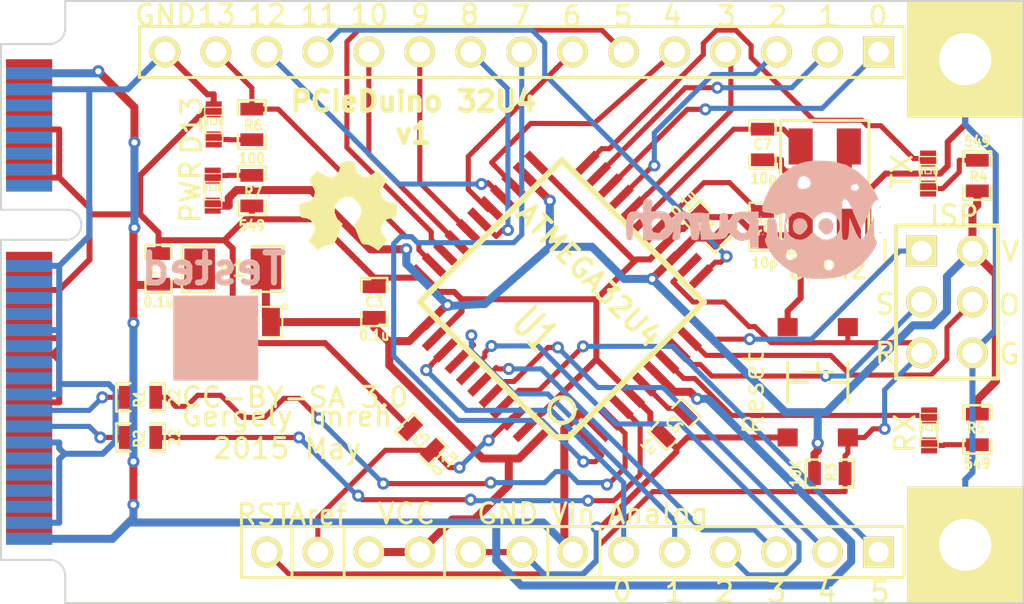
<source format=kicad_pcb>
(kicad_pcb (version 20171130) (host pcbnew "(5.1.12)-1")

  (general
    (thickness 1.6)
    (drawings 58)
    (tracks 635)
    (zones 0)
    (modules 32)
    (nets 42)
  )

  (page A3)
  (layers
    (0 F.Cu signal)
    (31 B.Cu signal)
    (32 B.Adhes user hide)
    (33 F.Adhes user hide)
    (34 B.Paste user hide)
    (35 F.Paste user hide)
    (36 B.SilkS user hide)
    (37 F.SilkS user hide)
    (38 B.Mask user hide)
    (39 F.Mask user hide)
    (40 Dwgs.User user hide)
    (41 Cmts.User user hide)
    (42 Eco1.User user hide)
    (43 Eco2.User user hide)
    (44 Edge.Cuts user)
  )

  (setup
    (last_trace_width 0.254)
    (trace_clearance 0.2)
    (zone_clearance 0.508)
    (zone_45_only no)
    (trace_min 0.254)
    (via_size 0.6)
    (via_drill 0.3048)
    (via_min_size 0.6)
    (via_min_drill 0.299974)
    (uvia_size 0.508)
    (uvia_drill 0.127)
    (uvias_allowed no)
    (uvia_min_size 0.508)
    (uvia_min_drill 0.127)
    (edge_width 0.1)
    (segment_width 0.15)
    (pcb_text_width 0.3)
    (pcb_text_size 1.5 1.5)
    (mod_edge_width 0.15)
    (mod_text_size 1 1)
    (mod_text_width 0.15)
    (pad_size 0.9 1)
    (pad_drill 0)
    (pad_to_mask_clearance 0)
    (aux_axis_origin 0 0)
    (visible_elements 7FFFFFFF)
    (pcbplotparams
      (layerselection 0x00030_ffffffff)
      (usegerberextensions true)
      (usegerberattributes true)
      (usegerberadvancedattributes true)
      (creategerberjobfile true)
      (excludeedgelayer true)
      (linewidth 0.150000)
      (plotframeref false)
      (viasonmask false)
      (mode 1)
      (useauxorigin false)
      (hpglpennumber 1)
      (hpglpenspeed 20)
      (hpglpendiameter 15.000000)
      (psnegative false)
      (psa4output false)
      (plotreference true)
      (plotvalue true)
      (plotinvisibletext false)
      (padsonsilk false)
      (subtractmaskfromsilk false)
      (outputformat 1)
      (mirror false)
      (drillshape 0)
      (scaleselection 1)
      (outputdirectory "gerber/"))
  )

  (net 0 "")
  (net 1 /A0)
  (net 2 /A1)
  (net 3 /A2)
  (net 4 /A3)
  (net 5 /A4)
  (net 6 /A5)
  (net 7 /AREF)
  (net 8 /D+)
  (net 9 /D-)
  (net 10 /D0/RXI)
  (net 11 /D1/TXO)
  (net 12 /D10)
  (net 13 /D11)
  (net 14 /D12)
  (net 15 /D13)
  (net 16 /D2/SDA)
  (net 17 /D3/SCL)
  (net 18 /D4)
  (net 19 /D5)
  (net 20 /D6)
  (net 21 /D7)
  (net 22 /D8)
  (net 23 /D9)
  (net 24 /MISO)
  (net 25 /MOSI)
  (net 26 /RESET)
  (net 27 /RXLED)
  (net 28 /SCK)
  (net 29 /TXLED)
  (net 30 /UVCC)
  (net 31 GND)
  (net 32 N-0000018)
  (net 33 N-0000019)
  (net 34 N-000002)
  (net 35 N-0000025)
  (net 36 N-0000026)
  (net 37 N-0000027)
  (net 38 N-000004)
  (net 39 N-000006)
  (net 40 N-000007)
  (net 41 VCC)

  (net_class Default "This is the default net class."
    (clearance 0.2)
    (trace_width 0.254)
    (via_dia 0.6)
    (via_drill 0.3048)
    (uvia_dia 0.508)
    (uvia_drill 0.127)
    (add_net /A0)
    (add_net /A1)
    (add_net /A2)
    (add_net /A3)
    (add_net /A4)
    (add_net /A5)
    (add_net /AREF)
    (add_net /D+)
    (add_net /D-)
    (add_net /D0/RXI)
    (add_net /D1/TXO)
    (add_net /D10)
    (add_net /D11)
    (add_net /D12)
    (add_net /D13)
    (add_net /D2/SDA)
    (add_net /D3/SCL)
    (add_net /D4)
    (add_net /D5)
    (add_net /D6)
    (add_net /D7)
    (add_net /D8)
    (add_net /D9)
    (add_net /MISO)
    (add_net /MOSI)
    (add_net /RESET)
    (add_net /RXLED)
    (add_net /SCK)
    (add_net /TXLED)
    (add_net N-0000018)
    (add_net N-0000019)
    (add_net N-000002)
    (add_net N-0000025)
    (add_net N-0000026)
    (add_net N-0000027)
    (add_net N-000004)
    (add_net N-000006)
    (add_net N-000007)
  )

  (net_class PCI ""
    (clearance 0.2)
    (trace_width 0.3)
    (via_dia 0.6)
    (via_drill 0.3048)
    (uvia_dia 0.508)
    (uvia_drill 0.127)
    (add_net GND)
  )

  (net_class Power ""
    (clearance 0.2)
    (trace_width 0.4)
    (via_dia 0.6)
    (via_drill 0.3048)
    (uvia_dia 0.508)
    (uvia_drill 0.127)
    (add_net /UVCC)
    (add_net VCC)
  )

  (module TQFP44 (layer F.Cu) (tedit 556099EC) (tstamp 55609AE8)
    (at 77 115 135)
    (path /55433786)
    (attr smd)
    (fp_text reference U1 (at 0 -1.905 135) (layer F.SilkS)
      (effects (font (size 1.524 1.016) (thickness 0.2032)))
    )
    (fp_text value ATMEGA32U4 (at 0 1.905 135) (layer F.SilkS)
      (effects (font (size 1 1) (thickness 0.2032)))
    )
    (fp_line (start 5.0038 -5.0038) (end 5.0038 5.0038) (layer F.SilkS) (width 0.3048))
    (fp_line (start 5.0038 5.0038) (end -5.0038 5.0038) (layer F.SilkS) (width 0.3048))
    (fp_line (start -5.0038 -4.5212) (end -5.0038 5.0038) (layer F.SilkS) (width 0.3048))
    (fp_line (start -4.5212 -5.0038) (end 5.0038 -5.0038) (layer F.SilkS) (width 0.3048))
    (fp_line (start -5.0038 -4.5212) (end -4.5212 -5.0038) (layer F.SilkS) (width 0.3048))
    (fp_circle (center -3.81 -3.81) (end -3.81 -3.175) (layer F.SilkS) (width 0.2032))
    (pad 39 smd rect (at 0 -5.715 135) (size 0.4064 1.524) (layers F.Cu F.Paste F.Mask)
      (net 4 /A3))
    (pad 40 smd rect (at -0.8001 -5.715 135) (size 0.4064 1.524) (layers F.Cu F.Paste F.Mask)
      (net 5 /A4))
    (pad 41 smd rect (at -1.6002 -5.715 135) (size 0.4064 1.524) (layers F.Cu F.Paste F.Mask)
      (net 6 /A5))
    (pad 42 smd rect (at -2.4003 -5.715 135) (size 0.4064 1.524) (layers F.Cu F.Paste F.Mask)
      (net 7 /AREF))
    (pad 43 smd rect (at -3.2004 -5.715 135) (size 0.4064 1.524) (layers F.Cu F.Paste F.Mask)
      (net 31 GND))
    (pad 44 smd rect (at -4.0005 -5.715 135) (size 0.4064 1.524) (layers F.Cu F.Paste F.Mask)
      (net 41 VCC))
    (pad 38 smd rect (at 0.8001 -5.715 135) (size 0.4064 1.524) (layers F.Cu F.Paste F.Mask)
      (net 3 /A2))
    (pad 37 smd rect (at 1.6002 -5.715 135) (size 0.4064 1.524) (layers F.Cu F.Paste F.Mask)
      (net 2 /A1))
    (pad 36 smd rect (at 2.4003 -5.715 135) (size 0.4064 1.524) (layers F.Cu F.Paste F.Mask)
      (net 1 /A0))
    (pad 35 smd rect (at 3.2004 -5.715 135) (size 0.4064 1.524) (layers F.Cu F.Paste F.Mask)
      (net 31 GND))
    (pad 34 smd rect (at 4.0005 -5.715 135) (size 0.4064 1.524) (layers F.Cu F.Paste F.Mask)
      (net 41 VCC))
    (pad 17 smd rect (at 0 5.715 135) (size 0.4064 1.524) (layers F.Cu F.Paste F.Mask)
      (net 33 N-0000019))
    (pad 16 smd rect (at -0.8001 5.715 135) (size 0.4064 1.524) (layers F.Cu F.Paste F.Mask)
      (net 32 N-0000018))
    (pad 15 smd rect (at -1.6002 5.715 135) (size 0.4064 1.524) (layers F.Cu F.Paste F.Mask)
      (net 31 GND))
    (pad 14 smd rect (at -2.4003 5.715 135) (size 0.4064 1.524) (layers F.Cu F.Paste F.Mask)
      (net 41 VCC))
    (pad 13 smd rect (at -3.2004 5.715 135) (size 0.4064 1.524) (layers F.Cu F.Paste F.Mask)
      (net 26 /RESET))
    (pad 12 smd rect (at -4.0005 5.715 135) (size 0.4064 1.524) (layers F.Cu F.Paste F.Mask)
      (net 13 /D11))
    (pad 18 smd rect (at 0.8001 5.715 135) (size 0.4064 1.524) (layers F.Cu F.Paste F.Mask)
      (net 17 /D3/SCL))
    (pad 19 smd rect (at 1.6002 5.715 135) (size 0.4064 1.524) (layers F.Cu F.Paste F.Mask)
      (net 16 /D2/SDA))
    (pad 20 smd rect (at 2.4003 5.715 135) (size 0.4064 1.524) (layers F.Cu F.Paste F.Mask)
      (net 10 /D0/RXI))
    (pad 21 smd rect (at 3.2004 5.715 135) (size 0.4064 1.524) (layers F.Cu F.Paste F.Mask)
      (net 11 /D1/TXO))
    (pad 22 smd rect (at 4.0005 5.715 135) (size 0.4064 1.524) (layers F.Cu F.Paste F.Mask)
      (net 29 /TXLED))
    (pad 6 smd rect (at -5.715 0 135) (size 1.524 0.4064) (layers F.Cu F.Paste F.Mask)
      (net 39 N-000006))
    (pad 28 smd rect (at 5.715 0 135) (size 1.524 0.4064) (layers F.Cu F.Paste F.Mask)
      (net 22 /D8))
    (pad 7 smd rect (at -5.715 0.8001 135) (size 1.524 0.4064) (layers F.Cu F.Paste F.Mask)
      (net 30 /UVCC))
    (pad 27 smd rect (at 5.715 0.8001 135) (size 1.524 0.4064) (layers F.Cu F.Paste F.Mask)
      (net 20 /D6))
    (pad 26 smd rect (at 5.715 1.6002 135) (size 1.524 0.4064) (layers F.Cu F.Paste F.Mask)
      (net 14 /D12))
    (pad 8 smd rect (at -5.715 1.6002 135) (size 1.524 0.4064) (layers F.Cu F.Paste F.Mask)
      (net 27 /RXLED))
    (pad 9 smd rect (at -5.715 2.4003 135) (size 1.524 0.4064) (layers F.Cu F.Paste F.Mask)
      (net 28 /SCK))
    (pad 25 smd rect (at 5.715 2.4003 135) (size 1.524 0.4064) (layers F.Cu F.Paste F.Mask)
      (net 18 /D4))
    (pad 24 smd rect (at 5.715 3.2004 135) (size 1.524 0.4064) (layers F.Cu F.Paste F.Mask)
      (net 41 VCC))
    (pad 10 smd rect (at -5.715 3.2004 135) (size 1.524 0.4064) (layers F.Cu F.Paste F.Mask)
      (net 25 /MOSI))
    (pad 11 smd rect (at -5.715 4.0005 135) (size 1.524 0.4064) (layers F.Cu F.Paste F.Mask)
      (net 24 /MISO))
    (pad 23 smd rect (at 5.715 4.0005 135) (size 1.524 0.4064) (layers F.Cu F.Paste F.Mask)
      (net 31 GND))
    (pad 29 smd rect (at 5.715 -0.8001 135) (size 1.524 0.4064) (layers F.Cu F.Paste F.Mask)
      (net 23 /D9))
    (pad 5 smd rect (at -5.715 -0.8001 135) (size 1.524 0.4064) (layers F.Cu F.Paste F.Mask)
      (net 31 GND))
    (pad 4 smd rect (at -5.715 -1.6002 135) (size 1.524 0.4064) (layers F.Cu F.Paste F.Mask)
      (net 8 /D+))
    (pad 30 smd rect (at 5.715 -1.6002 135) (size 1.524 0.4064) (layers F.Cu F.Paste F.Mask)
      (net 12 /D10))
    (pad 31 smd rect (at 5.715 -2.4003 135) (size 1.524 0.4064) (layers F.Cu F.Paste F.Mask)
      (net 19 /D5))
    (pad 3 smd rect (at -5.715 -2.4003 135) (size 1.524 0.4064) (layers F.Cu F.Paste F.Mask)
      (net 9 /D-))
    (pad 2 smd rect (at -5.715 -3.2004 135) (size 1.524 0.4064) (layers F.Cu F.Paste F.Mask)
      (net 30 /UVCC))
    (pad 32 smd rect (at 5.715 -3.2004 135) (size 1.524 0.4064) (layers F.Cu F.Paste F.Mask)
      (net 15 /D13))
    (pad 33 smd rect (at 5.715 -4.0005 135) (size 1.524 0.4064) (layers F.Cu F.Paste F.Mask)
      (net 31 GND))
    (pad 1 smd rect (at -5.715 -4.0005 135) (size 1.524 0.4064) (layers F.Cu F.Paste F.Mask)
      (net 21 /D7))
  )

  (module miniPCIeConn locked (layer F.Cu) (tedit 54A91326) (tstamp 54A9144B)
    (at 50.45 111.15)
    (path /53FF05BE)
    (fp_text reference J1 (at 2.5654 -3.2512 90) (layer F.SilkS) hide
      (effects (font (size 1 1) (thickness 0.15)))
    )
    (fp_text value PCIE-MINI (at 2.8194 5.9182 90) (layer F.SilkS) hide
      (effects (font (size 1 1) (thickness 0.15)))
    )
    (pad 1 smd rect (at 0 -7.95) (size 2.3 0.6) (layers F.Cu F.Paste F.Mask)
      (solder_mask_margin 0.1) (clearance 0.1))
    (pad 3 smd rect (at 0 -7.15) (size 2.3 0.6) (layers F.Cu F.Paste F.Mask)
      (solder_mask_margin 0.1) (clearance 0.1))
    (pad 5 smd rect (at 0 -6.35) (size 2.3 0.6) (layers F.Cu F.Paste F.Mask)
      (solder_mask_margin 0.1) (clearance 0.1))
    (pad 7 smd rect (at 0 -5.55) (size 2.3 0.6) (layers F.Cu F.Paste F.Mask)
      (solder_mask_margin 0.1) (clearance 0.1))
    (pad 9 smd rect (at 0 -4.75) (size 2.3 0.6) (layers F.Cu F.Paste F.Mask)
      (net 31 GND) (solder_mask_margin 0.1) (clearance 0.1))
    (pad 11 smd rect (at 0 -3.95) (size 2.3 0.6) (layers F.Cu F.Paste F.Mask)
      (solder_mask_margin 0.1) (clearance 0.1))
    (pad 13 smd rect (at 0 -3.15) (size 2.3 0.6) (layers F.Cu F.Paste F.Mask)
      (solder_mask_margin 0.1) (clearance 0.1))
    (pad 15 smd rect (at 0 -2.35) (size 2.3 0.6) (layers F.Cu F.Paste F.Mask)
      (net 31 GND) (solder_mask_margin 0.1) (clearance 0.1))
    (pad 2 smd rect (at 0 -7.55) (size 2.3 0.6) (layers B.Cu B.Paste B.Mask)
      (net 30 /UVCC) (solder_mask_margin 0.1) (clearance 0.1))
    (pad 17 smd rect (at 0 1.65) (size 2.3 0.6) (layers F.Cu F.Paste F.Mask)
      (solder_mask_margin 0.1) (clearance 0.1))
    (pad 4 smd rect (at 0 -6.75) (size 2.3 0.6) (layers B.Cu B.Paste B.Mask)
      (net 31 GND) (solder_mask_margin 0.1) (clearance 0.1))
    (pad 6 smd rect (at 0 -5.95) (size 2.3 0.6) (layers B.Cu B.Paste B.Mask)
      (solder_mask_margin 0.1) (clearance 0.1))
    (pad 8 smd rect (at 0 -5.15) (size 2.3 0.6) (layers B.Cu B.Paste B.Mask)
      (solder_mask_margin 0.1) (clearance 0.1))
    (pad 10 smd rect (at 0 -4.35) (size 2.3 0.6) (layers B.Cu B.Paste B.Mask)
      (solder_mask_margin 0.1) (clearance 0.1))
    (pad 12 smd rect (at 0 -3.55) (size 2.3 0.6) (layers B.Cu B.Paste B.Mask)
      (solder_mask_margin 0.1) (clearance 0.1))
    (pad 14 smd rect (at 0 -2.75) (size 2.3 0.6) (layers B.Cu B.Paste B.Mask)
      (solder_mask_margin 0.1) (clearance 0.1))
    (pad 16 smd rect (at 0 -1.95) (size 2.3 0.6) (layers B.Cu B.Paste B.Mask)
      (solder_mask_margin 0.1) (clearance 0.1))
    (pad 19 smd rect (at 0 2.45) (size 2.3 0.6) (layers F.Cu F.Paste F.Mask)
      (solder_mask_margin 0.1) (clearance 0.1))
    (pad 21 smd rect (at 0 3.25) (size 2.3 0.6) (layers F.Cu F.Paste F.Mask)
      (net 31 GND) (solder_mask_margin 0.1) (clearance 0.1))
    (pad 23 smd rect (at 0 4.05) (size 2.3 0.6) (layers F.Cu F.Paste F.Mask)
      (solder_mask_margin 0.1) (clearance 0.1))
    (pad 25 smd rect (at 0 4.85) (size 2.3 0.6) (layers F.Cu F.Paste F.Mask)
      (solder_mask_margin 0.1) (clearance 0.1))
    (pad 27 smd rect (at 0 5.65) (size 2.3 0.6) (layers F.Cu F.Paste F.Mask)
      (net 31 GND) (solder_mask_margin 0.1) (clearance 0.1))
    (pad 29 smd rect (at 0 6.45) (size 2.3 0.6) (layers F.Cu F.Paste F.Mask)
      (net 31 GND) (solder_mask_margin 0.1) (clearance 0.1))
    (pad 31 smd rect (at 0 7.25) (size 2.3 0.6) (layers F.Cu F.Paste F.Mask)
      (solder_mask_margin 0.1) (clearance 0.1))
    (pad 33 smd rect (at 0 8.05) (size 2.3 0.6) (layers F.Cu F.Paste F.Mask)
      (solder_mask_margin 0.1) (clearance 0.1))
    (pad 35 smd rect (at 0 8.85) (size 2.3 0.6) (layers F.Cu F.Paste F.Mask)
      (net 31 GND) (solder_mask_margin 0.1) (clearance 0.1))
    (pad 37 smd rect (at 0 9.65) (size 2.3 0.6) (layers F.Cu F.Paste F.Mask)
      (solder_mask_margin 0.1) (clearance 0.1))
    (pad 39 smd rect (at 0 10.45) (size 2.3 0.6) (layers F.Cu F.Paste F.Mask)
      (solder_mask_margin 0.1) (clearance 0.1))
    (pad 41 smd rect (at 0 11.25) (size 2.3 0.6) (layers F.Cu F.Paste F.Mask)
      (solder_mask_margin 0.1) (clearance 0.1))
    (pad 43 smd rect (at 0 12.05) (size 2.3 0.6) (layers F.Cu F.Paste F.Mask)
      (solder_mask_margin 0.1) (clearance 0.1))
    (pad 45 smd rect (at 0 12.85) (size 2.3 0.6) (layers F.Cu F.Paste F.Mask)
      (solder_mask_margin 0.1) (clearance 0.1))
    (pad 47 smd rect (at 0 13.65) (size 2.3 0.6) (layers F.Cu F.Paste F.Mask)
      (solder_mask_margin 0.1) (clearance 0.1))
    (pad 49 smd rect (at 0 14.45) (size 2.3 0.6) (layers F.Cu F.Paste F.Mask)
      (solder_mask_margin 0.1) (clearance 0.1))
    (pad 51 smd rect (at 0 15.25) (size 2.3 0.6) (layers F.Cu F.Paste F.Mask)
      (solder_mask_margin 0.1) (clearance 0.1))
    (pad 18 smd rect (at 0 2.05) (size 2.3 0.6) (layers B.Cu B.Paste B.Mask)
      (net 31 GND) (solder_mask_margin 0.1) (clearance 0.1))
    (pad 20 smd rect (at 0 2.85) (size 2.3 0.6) (layers B.Cu B.Paste B.Mask)
      (solder_mask_margin 0.1) (clearance 0.1))
    (pad 22 smd rect (at 0 3.65) (size 2.3 0.6) (layers B.Cu B.Paste B.Mask)
      (solder_mask_margin 0.1) (clearance 0.1))
    (pad 24 smd rect (at 0 4.45) (size 2.3 0.6) (layers B.Cu B.Paste B.Mask)
      (solder_mask_margin 0.1) (clearance 0.1))
    (pad 26 smd rect (at 0 5.25) (size 2.3 0.6) (layers B.Cu B.Paste B.Mask)
      (net 31 GND) (solder_mask_margin 0.1) (clearance 0.1))
    (pad 28 smd rect (at 0 6.05) (size 2.3 0.6) (layers B.Cu B.Paste B.Mask)
      (solder_mask_margin 0.1) (clearance 0.1))
    (pad 30 smd rect (at 0 6.85) (size 2.3 0.6) (layers B.Cu B.Paste B.Mask)
      (solder_mask_margin 0.1) (clearance 0.1))
    (pad 32 smd rect (at 0 7.65) (size 2.3 0.6) (layers B.Cu B.Paste B.Mask)
      (solder_mask_margin 0.1) (clearance 0.1))
    (pad 34 smd rect (at 0 8.45) (size 2.3 0.6) (layers B.Cu B.Paste B.Mask)
      (net 31 GND) (solder_mask_margin 0.1) (clearance 0.1))
    (pad 36 smd rect (at 0 9.25) (size 2.3 0.6) (layers B.Cu B.Paste B.Mask)
      (net 34 N-000002) (solder_mask_margin 0.1) (clearance 0.1))
    (pad 38 smd rect (at 0 10.05) (size 2.3 0.6) (layers B.Cu B.Paste B.Mask)
      (net 38 N-000004) (solder_mask_margin 0.1) (clearance 0.1))
    (pad 40 smd rect (at 0 10.85) (size 2.3 0.6) (layers B.Cu B.Paste B.Mask)
      (net 31 GND) (solder_mask_margin 0.1) (clearance 0.1))
    (pad 42 smd rect (at 0 11.65) (size 2.3 0.6) (layers B.Cu B.Paste B.Mask)
      (solder_mask_margin 0.1) (clearance 0.1))
    (pad 44 smd rect (at 0 12.45) (size 2.3 0.6) (layers B.Cu B.Paste B.Mask)
      (solder_mask_margin 0.1) (clearance 0.1))
    (pad 46 smd rect (at 0 13.25) (size 2.3 0.6) (layers B.Cu B.Paste B.Mask)
      (solder_mask_margin 0.1) (clearance 0.1))
    (pad 48 smd rect (at 0 14.05) (size 2.3 0.6) (layers B.Cu B.Paste B.Mask)
      (solder_mask_margin 0.1) (clearance 0.1))
    (pad 50 smd rect (at 0 14.85) (size 2.3 0.6) (layers B.Cu B.Paste B.Mask)
      (net 31 GND) (solder_mask_margin 0.1) (clearance 0.1))
    (pad 52 smd rect (at 0 15.65) (size 2.3 0.6) (layers B.Cu B.Paste B.Mask)
      (net 30 /UVCC) (solder_mask_margin 0.1) (clearance 0.1))
  )

  (module PIN_ARRAY_1 locked (layer F.Cu) (tedit 54A913CF) (tstamp 54A7F2E0)
    (at 97.1 127.1)
    (descr "1 pin")
    (tags "CONN DEV")
    (path /54A7DBE8)
    (fp_text reference MOUNTING_HOLE2 (at 0 -1.905) (layer F.SilkS) hide
      (effects (font (size 0.762 0.762) (thickness 0.1524)))
    )
    (fp_text value CONN_1 (at 0 -1.905) (layer F.SilkS) hide
      (effects (font (size 0.762 0.762) (thickness 0.1524)))
    )
    (fp_line (start 1.27 1.27) (end -1.27 1.27) (layer F.SilkS) (width 0.1524))
    (fp_line (start -1.27 -1.27) (end 1.27 -1.27) (layer F.SilkS) (width 0.1524))
    (fp_line (start -1.27 1.27) (end -1.27 -1.27) (layer F.SilkS) (width 0.1524))
    (fp_line (start 1.27 -1.27) (end 1.27 1.27) (layer F.SilkS) (width 0.1524))
    (pad 1 thru_hole rect (at 0 0) (size 5.8 5.8) (drill 2.6) (layers *.Cu *.Mask F.SilkS)
      (net 31 GND) (solder_mask_margin 0.1524) (clearance 0.1524))
  )

  (module PIN_ARRAY_1 locked (layer F.Cu) (tedit 54A913A9) (tstamp 54A91485)
    (at 97.1 102.9)
    (descr "1 pin")
    (tags "CONN DEV")
    (path /54A7DBF7)
    (fp_text reference MOUNTING_HOLE1 (at 0 -1.905) (layer F.SilkS) hide
      (effects (font (size 0.762 0.762) (thickness 0.1524)))
    )
    (fp_text value CONN_1 (at 0 -1.905) (layer F.SilkS) hide
      (effects (font (size 0.762 0.762) (thickness 0.1524)))
    )
    (fp_line (start 1.27 1.27) (end -1.27 1.27) (layer F.SilkS) (width 0.1524))
    (fp_line (start -1.27 -1.27) (end 1.27 -1.27) (layer F.SilkS) (width 0.1524))
    (fp_line (start -1.27 1.27) (end -1.27 -1.27) (layer F.SilkS) (width 0.1524))
    (fp_line (start 1.27 -1.27) (end 1.27 1.27) (layer F.SilkS) (width 0.1524))
    (pad 1 thru_hole rect (at 0 0) (size 5.8 5.8) (drill 2.6) (layers *.Cu *.Mask F.SilkS)
      (net 31 GND) (solder_mask_margin 0.1524) (clearance 0.1524))
  )

  (module pin_array_3x2 (layer F.Cu) (tedit 5544DD59) (tstamp 54A80933)
    (at 96.19 115 270)
    (descr "Double rangee de contacts 2 x 4 pins")
    (tags CONN)
    (path /53F9FD80)
    (fp_text reference J2 (at 0 -3.81 270) (layer F.SilkS) hide
      (effects (font (size 1.016 1.016) (thickness 0.2032)))
    )
    (fp_text value ISP (at 0 3.81 270) (layer F.SilkS) hide
      (effects (font (size 1.016 1.016) (thickness 0.2032)))
    )
    (fp_line (start 3.81 2.54) (end -3.81 2.54) (layer F.SilkS) (width 0.2032))
    (fp_line (start -3.81 -2.54) (end 3.81 -2.54) (layer F.SilkS) (width 0.2032))
    (fp_line (start 3.81 -2.54) (end 3.81 2.54) (layer F.SilkS) (width 0.2032))
    (fp_line (start -3.81 2.54) (end -3.81 -2.54) (layer F.SilkS) (width 0.2032))
    (pad 1 thru_hole rect (at -2.54 1.27 270) (size 1.524 1.524) (drill 1.016) (layers *.Cu *.Mask F.SilkS)
      (net 24 /MISO))
    (pad 2 thru_hole circle (at -2.54 -1.27 270) (size 1.524 1.524) (drill 1.016) (layers *.Cu *.Mask F.SilkS)
      (net 41 VCC))
    (pad 3 thru_hole circle (at 0 1.27 270) (size 1.524 1.524) (drill 1.016) (layers *.Cu *.Mask F.SilkS)
      (net 28 /SCK))
    (pad 4 thru_hole circle (at 0 -1.27 270) (size 1.524 1.524) (drill 1.016) (layers *.Cu *.Mask F.SilkS)
      (net 25 /MOSI))
    (pad 5 thru_hole circle (at 2.54 1.27 270) (size 1.524 1.524) (drill 1.016) (layers *.Cu *.Mask F.SilkS)
      (net 26 /RESET))
    (pad 6 thru_hole circle (at 2.54 -1.27 270) (size 1.524 1.524) (drill 1.016) (layers *.Cu *.Mask F.SilkS)
      (net 31 GND))
    (model pin_array/pins_array_3x2.wrl
      (at (xyz 0 0 0))
      (scale (xyz 1 1 1))
      (rotate (xyz 0 0 0))
    )
  )

  (module PIN_ARRAY_15x1 locked (layer F.Cu) (tedit 5544DD7D) (tstamp 54A91F1B)
    (at 75 102.54 180)
    (descr "Double rangee de contacts 2 x 5 pins")
    (tags CONN)
    (path /54A7E504)
    (fp_text reference J3 (at 0 -2.54 180) (layer F.SilkS) hide
      (effects (font (size 1.016 1.016) (thickness 0.2032)))
    )
    (fp_text value DIGITAL (at 0 2.54 180) (layer F.SilkS) hide
      (effects (font (size 1.016 1.016) (thickness 0.2032)))
    )
    (fp_line (start -19.05 -1.27) (end 19.05 -1.27) (layer F.SilkS) (width 0.15))
    (fp_line (start 19.05 -1.27) (end 19.05 1.27) (layer F.SilkS) (width 0.15))
    (fp_line (start 19.05 1.27) (end -19.05 1.27) (layer F.SilkS) (width 0.15))
    (fp_line (start -19.05 1.27) (end -19.05 -1.27) (layer F.SilkS) (width 0.15))
    (pad 1 thru_hole rect (at -17.78 0 180) (size 1.524 1.524) (drill 1.016) (layers *.Cu *.Mask F.SilkS)
      (net 10 /D0/RXI))
    (pad 2 thru_hole circle (at -15.24 0 180) (size 1.524 1.524) (drill 1.016) (layers *.Cu *.Mask F.SilkS)
      (net 11 /D1/TXO))
    (pad 3 thru_hole circle (at -12.7 0 180) (size 1.524 1.524) (drill 1.016) (layers *.Cu *.Mask F.SilkS)
      (net 16 /D2/SDA))
    (pad 4 thru_hole circle (at -10.16 0 180) (size 1.524 1.524) (drill 1.016) (layers *.Cu *.Mask F.SilkS)
      (net 17 /D3/SCL))
    (pad 5 thru_hole circle (at -7.62 0 180) (size 1.524 1.524) (drill 1.016) (layers *.Cu *.Mask F.SilkS)
      (net 18 /D4))
    (pad 6 thru_hole circle (at -5.08 0 180) (size 1.524 1.524) (drill 1.016) (layers *.Cu *.Mask F.SilkS)
      (net 19 /D5))
    (pad 7 thru_hole circle (at -2.54 0 180) (size 1.524 1.524) (drill 1.016) (layers *.Cu *.Mask F.SilkS)
      (net 20 /D6))
    (pad 8 thru_hole circle (at 0 0 180) (size 1.524 1.524) (drill 1.016) (layers *.Cu *.Mask F.SilkS)
      (net 21 /D7))
    (pad 9 thru_hole circle (at 2.54 0 180) (size 1.524 1.524) (drill 1.016) (layers *.Cu *.Mask F.SilkS)
      (net 22 /D8))
    (pad 10 thru_hole circle (at 5.08 0 180) (size 1.524 1.524) (drill 1.016) (layers *.Cu *.Mask F.SilkS)
      (net 23 /D9))
    (pad 11 thru_hole circle (at 7.62 0 180) (size 1.524 1.524) (drill 1.016) (layers *.Cu *.Mask F.SilkS)
      (net 12 /D10))
    (pad 12 thru_hole circle (at 10.16 0 180) (size 1.524 1.524) (drill 1.016) (layers *.Cu *.Mask F.SilkS)
      (net 13 /D11))
    (pad 13 thru_hole circle (at 12.7 0 180) (size 1.524 1.524) (drill 1.016) (layers *.Cu *.Mask F.SilkS)
      (net 14 /D12))
    (pad 14 thru_hole circle (at 15.24 0 180) (size 1.524 1.524) (drill 1.016) (layers *.Cu *.Mask F.SilkS)
      (net 15 /D13))
    (pad 15 thru_hole circle (at 17.78 0 180) (size 1.524 1.524) (drill 1.016) (layers *.Cu *.Mask F.SilkS)
      (net 31 GND))
  )

  (module PIN_ARRAY_13x1 locked (layer F.Cu) (tedit 5544DD70) (tstamp 54A93327)
    (at 77.54 127.46 180)
    (descr "Double rangee de contacts 2 x 5 pins")
    (tags CONN)
    (path /54A91C6A)
    (fp_text reference J4 (at 0 -2.54 180) (layer F.SilkS) hide
      (effects (font (size 1.016 1.016) (thickness 0.2032)))
    )
    (fp_text value ANALOG_POWER (at 0 2.54 180) (layer F.SilkS) hide
      (effects (font (size 1.016 1.016) (thickness 0.2032)))
    )
    (fp_line (start -16.51 -1.27) (end 16.51 -1.27) (layer F.SilkS) (width 0.15))
    (fp_line (start 16.51 -1.27) (end 16.51 1.27) (layer F.SilkS) (width 0.15))
    (fp_line (start 16.51 1.27) (end -16.51 1.27) (layer F.SilkS) (width 0.15))
    (fp_line (start -16.51 1.27) (end -16.51 -1.27) (layer F.SilkS) (width 0.15))
    (pad 1 thru_hole rect (at -15.24 0 180) (size 1.524 1.524) (drill 1.016) (layers *.Cu *.Mask F.SilkS)
      (net 6 /A5))
    (pad 2 thru_hole circle (at -12.7 0 180) (size 1.524 1.524) (drill 1.016) (layers *.Cu *.Mask F.SilkS)
      (net 5 /A4))
    (pad 3 thru_hole circle (at -10.16 0 180) (size 1.524 1.524) (drill 1.016) (layers *.Cu *.Mask F.SilkS)
      (net 4 /A3))
    (pad 4 thru_hole circle (at -7.62 0 180) (size 1.524 1.524) (drill 1.016) (layers *.Cu *.Mask F.SilkS)
      (net 3 /A2))
    (pad 5 thru_hole circle (at -5.08 0 180) (size 1.524 1.524) (drill 1.016) (layers *.Cu *.Mask F.SilkS)
      (net 2 /A1))
    (pad 6 thru_hole circle (at -2.54 0 180) (size 1.524 1.524) (drill 1.016) (layers *.Cu *.Mask F.SilkS)
      (net 1 /A0))
    (pad 7 thru_hole circle (at 0 0 180) (size 1.524 1.524) (drill 1.016) (layers *.Cu *.Mask F.SilkS)
      (net 30 /UVCC))
    (pad 8 thru_hole circle (at 2.54 0 180) (size 1.524 1.524) (drill 1.016) (layers *.Cu *.Mask F.SilkS)
      (net 31 GND))
    (pad 9 thru_hole circle (at 5.08 0 180) (size 1.524 1.524) (drill 1.016) (layers *.Cu *.Mask F.SilkS)
      (net 31 GND))
    (pad 10 thru_hole circle (at 7.62 0 180) (size 1.524 1.524) (drill 1.016) (layers *.Cu *.Mask F.SilkS)
      (net 41 VCC))
    (pad 11 thru_hole circle (at 10.16 0 180) (size 1.524 1.524) (drill 1.016) (layers *.Cu *.Mask F.SilkS)
      (net 41 VCC))
    (pad 12 thru_hole circle (at 12.7 0 180) (size 1.524 1.524) (drill 1.016) (layers *.Cu *.Mask F.SilkS)
      (net 7 /AREF))
    (pad 13 thru_hole circle (at 15.24 0 180) (size 1.524 1.524) (drill 1.016) (layers *.Cu *.Mask F.SilkS)
      (net 26 /RESET))
  )

  (module LED-0603 (layer F.Cu) (tedit 5561EA17) (tstamp 55463F6E)
    (at 59.6 109.45 90)
    (descr "LED 0603 smd package")
    (tags "LED led 0603 SMD smd SMT smt smdled SMDLED smtled SMTLED")
    (path /5543889F)
    (attr smd)
    (fp_text reference D4 (at 0 -1.016 90) (layer F.SilkS) hide
      (effects (font (size 0.508 0.508) (thickness 0.127)))
    )
    (fp_text value PWR (at -0.05 -1.1 90) (layer F.SilkS)
      (effects (font (size 1 1) (thickness 0.15)))
    )
    (fp_line (start 0.44958 -0.44958) (end 0.44958 0.44958) (layer F.SilkS) (width 0.06604))
    (fp_line (start 0.44958 0.44958) (end 0.84836 0.44958) (layer F.SilkS) (width 0.06604))
    (fp_line (start 0.84836 -0.44958) (end 0.84836 0.44958) (layer F.SilkS) (width 0.06604))
    (fp_line (start 0.44958 -0.44958) (end 0.84836 -0.44958) (layer F.SilkS) (width 0.06604))
    (fp_line (start -0.84836 -0.44958) (end -0.84836 0.44958) (layer F.SilkS) (width 0.06604))
    (fp_line (start -0.84836 0.44958) (end -0.44958 0.44958) (layer F.SilkS) (width 0.06604))
    (fp_line (start -0.44958 -0.44958) (end -0.44958 0.44958) (layer F.SilkS) (width 0.06604))
    (fp_line (start -0.84836 -0.44958) (end -0.44958 -0.44958) (layer F.SilkS) (width 0.06604))
    (fp_line (start 0 -0.44958) (end 0 -0.29972) (layer F.SilkS) (width 0.06604))
    (fp_line (start 0 -0.29972) (end 0.29972 -0.29972) (layer F.SilkS) (width 0.06604))
    (fp_line (start 0.29972 -0.44958) (end 0.29972 -0.29972) (layer F.SilkS) (width 0.06604))
    (fp_line (start 0 -0.44958) (end 0.29972 -0.44958) (layer F.SilkS) (width 0.06604))
    (fp_line (start 0 0.29972) (end 0 0.44958) (layer F.SilkS) (width 0.06604))
    (fp_line (start 0 0.44958) (end 0.29972 0.44958) (layer F.SilkS) (width 0.06604))
    (fp_line (start 0.29972 0.29972) (end 0.29972 0.44958) (layer F.SilkS) (width 0.06604))
    (fp_line (start 0 0.29972) (end 0.29972 0.29972) (layer F.SilkS) (width 0.06604))
    (fp_line (start 0 -0.14986) (end 0 0.14986) (layer F.SilkS) (width 0.06604))
    (fp_line (start 0 0.14986) (end 0.29972 0.14986) (layer F.SilkS) (width 0.06604))
    (fp_line (start 0.29972 -0.14986) (end 0.29972 0.14986) (layer F.SilkS) (width 0.06604))
    (fp_line (start 0 -0.14986) (end 0.29972 -0.14986) (layer F.SilkS) (width 0.06604))
    (fp_line (start 0.44958 -0.39878) (end -0.44958 -0.39878) (layer F.SilkS) (width 0.1016))
    (fp_line (start 0.44958 0.39878) (end -0.44958 0.39878) (layer F.SilkS) (width 0.1016))
    (pad 1 smd rect (at -0.7493 0 90) (size 0.79756 0.79756) (layers F.Cu F.Paste F.Mask)
      (net 41 VCC))
    (pad 2 smd rect (at 0.7493 0 90) (size 0.79756 0.79756) (layers F.Cu F.Paste F.Mask)
      (net 40 N-000007))
  )

  (module SM1206 (layer F.Cu) (tedit 4) (tstamp 55463143)
    (at 60.6 113.35)
    (path /53F9F576)
    (attr smd)
    (fp_text reference F1 (at 0 0) (layer F.SilkS)
      (effects (font (size 0.762 0.762) (thickness 0.127)))
    )
    (fp_text value FUSE (at 0 0) (layer F.SilkS) hide
      (effects (font (size 0.762 0.762) (thickness 0.127)))
    )
    (fp_line (start -2.54 -1.143) (end -2.54 1.143) (layer F.SilkS) (width 0.127))
    (fp_line (start -2.54 1.143) (end -0.889 1.143) (layer F.SilkS) (width 0.127))
    (fp_line (start 0.889 -1.143) (end 2.54 -1.143) (layer F.SilkS) (width 0.127))
    (fp_line (start 2.54 -1.143) (end 2.54 1.143) (layer F.SilkS) (width 0.127))
    (fp_line (start 2.54 1.143) (end 0.889 1.143) (layer F.SilkS) (width 0.127))
    (fp_line (start -0.889 -1.143) (end -2.54 -1.143) (layer F.SilkS) (width 0.127))
    (pad 1 smd rect (at -1.651 0) (size 1.524 2.032) (layers F.Cu F.Paste F.Mask)
      (net 30 /UVCC))
    (pad 2 smd rect (at 1.651 0) (size 1.524 2.032) (layers F.Cu F.Paste F.Mask)
      (net 41 VCC))
    (model smd/chip_cms.wrl
      (at (xyz 0 0 0))
      (scale (xyz 0.17 0.16 0.16))
      (rotate (xyz 0 0 0))
    )
  )

  (module SM0603_Resistor (layer F.Cu) (tedit 5561EAE2) (tstamp 5561EB58)
    (at 61.55 109.45 270)
    (path /554389A4)
    (attr smd)
    (fp_text reference R7 (at 0.0635 -0.0635) (layer F.SilkS)
      (effects (font (size 0.50038 0.4572) (thickness 0.1143)))
    )
    (fp_text value 549 (at 1.75 0) (layer F.SilkS)
      (effects (font (size 0.508 0.4572) (thickness 0.1143)))
    )
    (fp_line (start -0.50038 -0.6985) (end -1.2065 -0.6985) (layer F.SilkS) (width 0.127))
    (fp_line (start -1.2065 -0.6985) (end -1.2065 0.6985) (layer F.SilkS) (width 0.127))
    (fp_line (start -1.2065 0.6985) (end -0.50038 0.6985) (layer F.SilkS) (width 0.127))
    (fp_line (start 1.2065 -0.6985) (end 0.50038 -0.6985) (layer F.SilkS) (width 0.127))
    (fp_line (start 1.2065 -0.6985) (end 1.2065 0.6985) (layer F.SilkS) (width 0.127))
    (fp_line (start 1.2065 0.6985) (end 0.50038 0.6985) (layer F.SilkS) (width 0.127))
    (pad 1 smd rect (at -0.762 0 270) (size 0.635 1.143) (layers F.Cu F.Paste F.Mask)
      (net 40 N-000007))
    (pad 2 smd rect (at 0.762 0 270) (size 0.635 1.143) (layers F.Cu F.Paste F.Mask)
      (net 31 GND))
    (model smd\resistors\R0603.wrl
      (offset (xyz 0 0 0.02539999961853028))
      (scale (xyz 0.5 0.5 0.5))
      (rotate (xyz 0 0 0))
    )
  )

  (module SM0603_Resistor (layer F.Cu) (tedit 5051B21B) (tstamp 5544DCDE)
    (at 90.35 123.55)
    (path /53F6091E)
    (attr smd)
    (fp_text reference R3 (at 0.0635 -0.0635 90) (layer F.SilkS)
      (effects (font (size 0.50038 0.4572) (thickness 0.1143)))
    )
    (fp_text value 10K (at -1.69926 0 90) (layer F.SilkS)
      (effects (font (size 0.508 0.4572) (thickness 0.1143)))
    )
    (fp_line (start -0.50038 -0.6985) (end -1.2065 -0.6985) (layer F.SilkS) (width 0.127))
    (fp_line (start -1.2065 -0.6985) (end -1.2065 0.6985) (layer F.SilkS) (width 0.127))
    (fp_line (start -1.2065 0.6985) (end -0.50038 0.6985) (layer F.SilkS) (width 0.127))
    (fp_line (start 1.2065 -0.6985) (end 0.50038 -0.6985) (layer F.SilkS) (width 0.127))
    (fp_line (start 1.2065 -0.6985) (end 1.2065 0.6985) (layer F.SilkS) (width 0.127))
    (fp_line (start 1.2065 0.6985) (end 0.50038 0.6985) (layer F.SilkS) (width 0.127))
    (pad 1 smd rect (at -0.762 0) (size 0.635 1.143) (layers F.Cu F.Paste F.Mask)
      (net 41 VCC))
    (pad 2 smd rect (at 0.762 0) (size 0.635 1.143) (layers F.Cu F.Paste F.Mask)
      (net 26 /RESET))
    (model smd\resistors\R0603.wrl
      (offset (xyz 0 0 0.02539999961853028))
      (scale (xyz 0.5 0.5 0.5))
      (rotate (xyz 0 0 0))
    )
  )

  (module SM0603_Resistor (layer F.Cu) (tedit 5051B21B) (tstamp 55461712)
    (at 56 119.75 180)
    (path /55435189)
    (attr smd)
    (fp_text reference R1 (at 0.0635 -0.0635 270) (layer F.SilkS)
      (effects (font (size 0.50038 0.4572) (thickness 0.1143)))
    )
    (fp_text value 22 (at -1.69926 0 270) (layer F.SilkS)
      (effects (font (size 0.508 0.4572) (thickness 0.1143)))
    )
    (fp_line (start -0.50038 -0.6985) (end -1.2065 -0.6985) (layer F.SilkS) (width 0.127))
    (fp_line (start -1.2065 -0.6985) (end -1.2065 0.6985) (layer F.SilkS) (width 0.127))
    (fp_line (start -1.2065 0.6985) (end -0.50038 0.6985) (layer F.SilkS) (width 0.127))
    (fp_line (start 1.2065 -0.6985) (end 0.50038 -0.6985) (layer F.SilkS) (width 0.127))
    (fp_line (start 1.2065 -0.6985) (end 1.2065 0.6985) (layer F.SilkS) (width 0.127))
    (fp_line (start 1.2065 0.6985) (end 0.50038 0.6985) (layer F.SilkS) (width 0.127))
    (pad 1 smd rect (at -0.762 0 180) (size 0.635 1.143) (layers F.Cu F.Paste F.Mask)
      (net 9 /D-))
    (pad 2 smd rect (at 0.762 0 180) (size 0.635 1.143) (layers F.Cu F.Paste F.Mask)
      (net 34 N-000002))
    (model smd\resistors\R0603.wrl
      (offset (xyz 0 0 0.02539999961853028))
      (scale (xyz 0.5 0.5 0.5))
      (rotate (xyz 0 0 0))
    )
  )

  (module SM0603_Resistor (layer F.Cu) (tedit 5051B21B) (tstamp 5544DCF6)
    (at 56 121.75 180)
    (path /5543517A)
    (attr smd)
    (fp_text reference R2 (at 0.0635 -0.0635 270) (layer F.SilkS)
      (effects (font (size 0.50038 0.4572) (thickness 0.1143)))
    )
    (fp_text value 22 (at -1.69926 0 270) (layer F.SilkS)
      (effects (font (size 0.508 0.4572) (thickness 0.1143)))
    )
    (fp_line (start -0.50038 -0.6985) (end -1.2065 -0.6985) (layer F.SilkS) (width 0.127))
    (fp_line (start -1.2065 -0.6985) (end -1.2065 0.6985) (layer F.SilkS) (width 0.127))
    (fp_line (start -1.2065 0.6985) (end -0.50038 0.6985) (layer F.SilkS) (width 0.127))
    (fp_line (start 1.2065 -0.6985) (end 0.50038 -0.6985) (layer F.SilkS) (width 0.127))
    (fp_line (start 1.2065 -0.6985) (end 1.2065 0.6985) (layer F.SilkS) (width 0.127))
    (fp_line (start 1.2065 0.6985) (end 0.50038 0.6985) (layer F.SilkS) (width 0.127))
    (pad 1 smd rect (at -0.762 0 180) (size 0.635 1.143) (layers F.Cu F.Paste F.Mask)
      (net 8 /D+))
    (pad 2 smd rect (at 0.762 0 180) (size 0.635 1.143) (layers F.Cu F.Paste F.Mask)
      (net 38 N-000004))
    (model smd\resistors\R0603.wrl
      (offset (xyz 0 0 0.02539999961853028))
      (scale (xyz 0.5 0.5 0.5))
      (rotate (xyz 0 0 0))
    )
  )

  (module SM0603_Resistor (layer F.Cu) (tedit 5561EAE8) (tstamp 5544DD02)
    (at 61.55 106.15 270)
    (path /53FA0DC3)
    (attr smd)
    (fp_text reference R6 (at 0.0635 -0.0635) (layer F.SilkS)
      (effects (font (size 0.50038 0.4572) (thickness 0.1143)))
    )
    (fp_text value 100 (at 1.7 0) (layer F.SilkS)
      (effects (font (size 0.508 0.4572) (thickness 0.1143)))
    )
    (fp_line (start -0.50038 -0.6985) (end -1.2065 -0.6985) (layer F.SilkS) (width 0.127))
    (fp_line (start -1.2065 -0.6985) (end -1.2065 0.6985) (layer F.SilkS) (width 0.127))
    (fp_line (start -1.2065 0.6985) (end -0.50038 0.6985) (layer F.SilkS) (width 0.127))
    (fp_line (start 1.2065 -0.6985) (end 0.50038 -0.6985) (layer F.SilkS) (width 0.127))
    (fp_line (start 1.2065 -0.6985) (end 1.2065 0.6985) (layer F.SilkS) (width 0.127))
    (fp_line (start 1.2065 0.6985) (end 0.50038 0.6985) (layer F.SilkS) (width 0.127))
    (pad 1 smd rect (at -0.762 0 270) (size 0.635 1.143) (layers F.Cu F.Paste F.Mask)
      (net 15 /D13))
    (pad 2 smd rect (at 0.762 0 270) (size 0.635 1.143) (layers F.Cu F.Paste F.Mask)
      (net 35 N-0000025))
    (model smd\resistors\R0603.wrl
      (offset (xyz 0 0 0.02539999961853028))
      (scale (xyz 0.5 0.5 0.5))
      (rotate (xyz 0 0 0))
    )
  )

  (module SM0603_Resistor (layer F.Cu) (tedit 5051B21B) (tstamp 5544DD0E)
    (at 97.7 108.7 270)
    (path /549E7779)
    (attr smd)
    (fp_text reference R4 (at 0.0635 -0.0635) (layer F.SilkS)
      (effects (font (size 0.50038 0.4572) (thickness 0.1143)))
    )
    (fp_text value 549 (at -1.69926 0) (layer F.SilkS)
      (effects (font (size 0.508 0.4572) (thickness 0.1143)))
    )
    (fp_line (start -0.50038 -0.6985) (end -1.2065 -0.6985) (layer F.SilkS) (width 0.127))
    (fp_line (start -1.2065 -0.6985) (end -1.2065 0.6985) (layer F.SilkS) (width 0.127))
    (fp_line (start -1.2065 0.6985) (end -0.50038 0.6985) (layer F.SilkS) (width 0.127))
    (fp_line (start 1.2065 -0.6985) (end 0.50038 -0.6985) (layer F.SilkS) (width 0.127))
    (fp_line (start 1.2065 -0.6985) (end 1.2065 0.6985) (layer F.SilkS) (width 0.127))
    (fp_line (start 1.2065 0.6985) (end 0.50038 0.6985) (layer F.SilkS) (width 0.127))
    (pad 1 smd rect (at -0.762 0 270) (size 0.635 1.143) (layers F.Cu F.Paste F.Mask)
      (net 36 N-0000026))
    (pad 2 smd rect (at 0.762 0 270) (size 0.635 1.143) (layers F.Cu F.Paste F.Mask)
      (net 41 VCC))
    (model smd\resistors\R0603.wrl
      (offset (xyz 0 0 0.02539999961853028))
      (scale (xyz 0.5 0.5 0.5))
      (rotate (xyz 0 0 0))
    )
  )

  (module SM0603_Resistor (layer F.Cu) (tedit 5051B21B) (tstamp 5544DD1A)
    (at 97.7 121.35 90)
    (path /549E7788)
    (attr smd)
    (fp_text reference R5 (at 0.0635 -0.0635 180) (layer F.SilkS)
      (effects (font (size 0.50038 0.4572) (thickness 0.1143)))
    )
    (fp_text value 549 (at -1.69926 0 180) (layer F.SilkS)
      (effects (font (size 0.508 0.4572) (thickness 0.1143)))
    )
    (fp_line (start -0.50038 -0.6985) (end -1.2065 -0.6985) (layer F.SilkS) (width 0.127))
    (fp_line (start -1.2065 -0.6985) (end -1.2065 0.6985) (layer F.SilkS) (width 0.127))
    (fp_line (start -1.2065 0.6985) (end -0.50038 0.6985) (layer F.SilkS) (width 0.127))
    (fp_line (start 1.2065 -0.6985) (end 0.50038 -0.6985) (layer F.SilkS) (width 0.127))
    (fp_line (start 1.2065 -0.6985) (end 1.2065 0.6985) (layer F.SilkS) (width 0.127))
    (fp_line (start 1.2065 0.6985) (end 0.50038 0.6985) (layer F.SilkS) (width 0.127))
    (pad 1 smd rect (at -0.762 0 90) (size 0.635 1.143) (layers F.Cu F.Paste F.Mask)
      (net 37 N-0000027))
    (pad 2 smd rect (at 0.762 0 90) (size 0.635 1.143) (layers F.Cu F.Paste F.Mask)
      (net 41 VCC))
    (model smd\resistors\R0603.wrl
      (offset (xyz 0 0 0.02539999961853028))
      (scale (xyz 0.5 0.5 0.5))
      (rotate (xyz 0 0 0))
    )
  )

  (module SM0603_Capa (layer F.Cu) (tedit 554620) (tstamp 5544DD26)
    (at 87 107.15 270)
    (path /53F606BC)
    (attr smd)
    (fp_text reference C7 (at 0 0) (layer F.SilkS)
      (effects (font (size 0.508 0.4572) (thickness 0.1143)))
    )
    (fp_text value 10p (at 1.7 -0.05) (layer F.SilkS)
      (effects (font (size 0.508 0.4572) (thickness 0.1143)))
    )
    (fp_line (start 0.50038 0.65024) (end 1.19888 0.65024) (layer F.SilkS) (width 0.11938))
    (fp_line (start -0.50038 0.65024) (end -1.19888 0.65024) (layer F.SilkS) (width 0.11938))
    (fp_line (start 0.50038 -0.65024) (end 1.19888 -0.65024) (layer F.SilkS) (width 0.11938))
    (fp_line (start -1.19888 -0.65024) (end -0.50038 -0.65024) (layer F.SilkS) (width 0.11938))
    (fp_line (start 1.19888 -0.635) (end 1.19888 0.635) (layer F.SilkS) (width 0.11938))
    (fp_line (start -1.19888 0.635) (end -1.19888 -0.635) (layer F.SilkS) (width 0.11938))
    (pad 1 smd rect (at -0.762 0 270) (size 0.635 1.143) (layers F.Cu F.Paste F.Mask)
      (net 33 N-0000019))
    (pad 2 smd rect (at 0.762 0 270) (size 0.635 1.143) (layers F.Cu F.Paste F.Mask)
      (net 31 GND))
    (model smd\capacitors\C0603.wrl
      (offset (xyz 0 0 0.02539999961853028))
      (scale (xyz 0.5 0.5 0.5))
      (rotate (xyz 0 0 0))
    )
  )

  (module SM0603_Capa (layer F.Cu) (tedit 5561EABB) (tstamp 5544DD32)
    (at 82.6 121.1 225)
    (path /55434511)
    (attr smd)
    (fp_text reference C6 (at 0 0 315) (layer F.SilkS)
      (effects (font (size 0.508 0.4572) (thickness 0.1143)))
    )
    (fp_text value 1u (at 1.661701 0.106066 315) (layer F.SilkS)
      (effects (font (size 0.508 0.4572) (thickness 0.1143)))
    )
    (fp_line (start 0.50038 0.65024) (end 1.19888 0.65024) (layer F.SilkS) (width 0.11938))
    (fp_line (start -0.50038 0.65024) (end -1.19888 0.65024) (layer F.SilkS) (width 0.11938))
    (fp_line (start 0.50038 -0.65024) (end 1.19888 -0.65024) (layer F.SilkS) (width 0.11938))
    (fp_line (start -1.19888 -0.65024) (end -0.50038 -0.65024) (layer F.SilkS) (width 0.11938))
    (fp_line (start 1.19888 -0.635) (end 1.19888 0.635) (layer F.SilkS) (width 0.11938))
    (fp_line (start -1.19888 0.635) (end -1.19888 -0.635) (layer F.SilkS) (width 0.11938))
    (pad 1 smd rect (at -0.762 0 225) (size 0.635 1.143) (layers F.Cu F.Paste F.Mask)
      (net 39 N-000006))
    (pad 2 smd rect (at 0.762 0 225) (size 0.635 1.143) (layers F.Cu F.Paste F.Mask)
      (net 31 GND))
    (model smd\capacitors\C0603.wrl
      (offset (xyz 0 0 0.02539999961853028))
      (scale (xyz 0.5 0.5 0.5))
      (rotate (xyz 0 0 0))
    )
  )

  (module SM0603_Capa (layer F.Cu) (tedit 5051B1EC) (tstamp 55463136)
    (at 56.9 113.35 90)
    (path /55434382)
    (attr smd)
    (fp_text reference C1 (at 0 0 180) (layer F.SilkS)
      (effects (font (size 0.508 0.4572) (thickness 0.1143)))
    )
    (fp_text value 0.1u (at -1.651 0 180) (layer F.SilkS)
      (effects (font (size 0.508 0.4572) (thickness 0.1143)))
    )
    (fp_line (start 0.50038 0.65024) (end 1.19888 0.65024) (layer F.SilkS) (width 0.11938))
    (fp_line (start -0.50038 0.65024) (end -1.19888 0.65024) (layer F.SilkS) (width 0.11938))
    (fp_line (start 0.50038 -0.65024) (end 1.19888 -0.65024) (layer F.SilkS) (width 0.11938))
    (fp_line (start -1.19888 -0.65024) (end -0.50038 -0.65024) (layer F.SilkS) (width 0.11938))
    (fp_line (start 1.19888 -0.635) (end 1.19888 0.635) (layer F.SilkS) (width 0.11938))
    (fp_line (start -1.19888 0.635) (end -1.19888 -0.635) (layer F.SilkS) (width 0.11938))
    (pad 1 smd rect (at -0.762 0 90) (size 0.635 1.143) (layers F.Cu F.Paste F.Mask)
      (net 30 /UVCC))
    (pad 2 smd rect (at 0.762 0 90) (size 0.635 1.143) (layers F.Cu F.Paste F.Mask)
      (net 31 GND))
    (model smd\capacitors\C0603.wrl
      (offset (xyz 0 0 0.02539999961853028))
      (scale (xyz 0.5 0.5 0.5))
      (rotate (xyz 0 0 0))
    )
  )

  (module SM0603_Capa (layer F.Cu) (tedit 5561EB25) (tstamp 55618F0A)
    (at 84.25 111.25 135)
    (path /53FA0F8B)
    (attr smd)
    (fp_text reference C4 (at 0 0 225) (layer F.SilkS)
      (effects (font (size 0.508 0.4572) (thickness 0.1143)))
    )
    (fp_text value 0.1u (at 1.626346 0 225) (layer F.SilkS)
      (effects (font (size 0.508 0.4572) (thickness 0.1143)))
    )
    (fp_line (start 0.50038 0.65024) (end 1.19888 0.65024) (layer F.SilkS) (width 0.11938))
    (fp_line (start -0.50038 0.65024) (end -1.19888 0.65024) (layer F.SilkS) (width 0.11938))
    (fp_line (start 0.50038 -0.65024) (end 1.19888 -0.65024) (layer F.SilkS) (width 0.11938))
    (fp_line (start -1.19888 -0.65024) (end -0.50038 -0.65024) (layer F.SilkS) (width 0.11938))
    (fp_line (start 1.19888 -0.635) (end 1.19888 0.635) (layer F.SilkS) (width 0.11938))
    (fp_line (start -1.19888 0.635) (end -1.19888 -0.635) (layer F.SilkS) (width 0.11938))
    (pad 1 smd rect (at -0.762 0 135) (size 0.635 1.143) (layers F.Cu F.Paste F.Mask)
      (net 41 VCC))
    (pad 2 smd rect (at 0.762 0 135) (size 0.635 1.143) (layers F.Cu F.Paste F.Mask)
      (net 31 GND))
    (model smd\capacitors\C0603.wrl
      (offset (xyz 0 0 0.02539999961853028))
      (scale (xyz 0.5 0.5 0.5))
      (rotate (xyz 0 0 0))
    )
  )

  (module SM0603_Capa (layer F.Cu) (tedit 5051B1EC) (tstamp 5560FED0)
    (at 67.65 115 90)
    (path /53FA001F)
    (attr smd)
    (fp_text reference C3 (at 0 0 180) (layer F.SilkS)
      (effects (font (size 0.508 0.4572) (thickness 0.1143)))
    )
    (fp_text value 0.1u (at -1.651 0 180) (layer F.SilkS)
      (effects (font (size 0.508 0.4572) (thickness 0.1143)))
    )
    (fp_line (start 0.50038 0.65024) (end 1.19888 0.65024) (layer F.SilkS) (width 0.11938))
    (fp_line (start -0.50038 0.65024) (end -1.19888 0.65024) (layer F.SilkS) (width 0.11938))
    (fp_line (start 0.50038 -0.65024) (end 1.19888 -0.65024) (layer F.SilkS) (width 0.11938))
    (fp_line (start -1.19888 -0.65024) (end -0.50038 -0.65024) (layer F.SilkS) (width 0.11938))
    (fp_line (start 1.19888 -0.635) (end 1.19888 0.635) (layer F.SilkS) (width 0.11938))
    (fp_line (start -1.19888 0.635) (end -1.19888 -0.635) (layer F.SilkS) (width 0.11938))
    (pad 1 smd rect (at -0.762 0 90) (size 0.635 1.143) (layers F.Cu F.Paste F.Mask)
      (net 41 VCC))
    (pad 2 smd rect (at 0.762 0 90) (size 0.635 1.143) (layers F.Cu F.Paste F.Mask)
      (net 31 GND))
    (model smd\capacitors\C0603.wrl
      (offset (xyz 0 0 0.02539999961853028))
      (scale (xyz 0.5 0.5 0.5))
      (rotate (xyz 0 0 0))
    )
  )

  (module SM0603_Capa (layer F.Cu) (tedit 5051B1EC) (tstamp 5544DD62)
    (at 70 121.85 135)
    (path /53F60B6F)
    (attr smd)
    (fp_text reference C5 (at 0 0 225) (layer F.SilkS)
      (effects (font (size 0.508 0.4572) (thickness 0.1143)))
    )
    (fp_text value 0.1u (at -1.651 0 225) (layer F.SilkS)
      (effects (font (size 0.508 0.4572) (thickness 0.1143)))
    )
    (fp_line (start 0.50038 0.65024) (end 1.19888 0.65024) (layer F.SilkS) (width 0.11938))
    (fp_line (start -0.50038 0.65024) (end -1.19888 0.65024) (layer F.SilkS) (width 0.11938))
    (fp_line (start 0.50038 -0.65024) (end 1.19888 -0.65024) (layer F.SilkS) (width 0.11938))
    (fp_line (start -1.19888 -0.65024) (end -0.50038 -0.65024) (layer F.SilkS) (width 0.11938))
    (fp_line (start 1.19888 -0.635) (end 1.19888 0.635) (layer F.SilkS) (width 0.11938))
    (fp_line (start -1.19888 0.635) (end -1.19888 -0.635) (layer F.SilkS) (width 0.11938))
    (pad 1 smd rect (at -0.762 0 135) (size 0.635 1.143) (layers F.Cu F.Paste F.Mask)
      (net 7 /AREF))
    (pad 2 smd rect (at 0.762 0 135) (size 0.635 1.143) (layers F.Cu F.Paste F.Mask)
      (net 31 GND))
    (model smd\capacitors\C0603.wrl
      (offset (xyz 0 0 0.02539999961853028))
      (scale (xyz 0.5 0.5 0.5))
      (rotate (xyz 0 0 0))
    )
  )

  (module SM0603_Capa (layer F.Cu) (tedit 55462000) (tstamp 55610135)
    (at 87 111.25 270)
    (path /53F606AD)
    (attr smd)
    (fp_text reference C8 (at 0 0) (layer F.SilkS)
      (effects (font (size 0.508 0.4572) (thickness 0.1143)))
    )
    (fp_text value 10p (at 1.8 -0.1) (layer F.SilkS)
      (effects (font (size 0.508 0.4572) (thickness 0.1143)))
    )
    (fp_line (start 0.50038 0.65024) (end 1.19888 0.65024) (layer F.SilkS) (width 0.11938))
    (fp_line (start -0.50038 0.65024) (end -1.19888 0.65024) (layer F.SilkS) (width 0.11938))
    (fp_line (start 0.50038 -0.65024) (end 1.19888 -0.65024) (layer F.SilkS) (width 0.11938))
    (fp_line (start -1.19888 -0.65024) (end -0.50038 -0.65024) (layer F.SilkS) (width 0.11938))
    (fp_line (start 1.19888 -0.635) (end 1.19888 0.635) (layer F.SilkS) (width 0.11938))
    (fp_line (start -1.19888 0.635) (end -1.19888 -0.635) (layer F.SilkS) (width 0.11938))
    (pad 1 smd rect (at -0.762 0 270) (size 0.635 1.143) (layers F.Cu F.Paste F.Mask)
      (net 32 N-0000018))
    (pad 2 smd rect (at 0.762 0 270) (size 0.635 1.143) (layers F.Cu F.Paste F.Mask)
      (net 31 GND))
    (model smd\capacitors\C0603.wrl
      (offset (xyz 0 0 0.02539999961853028))
      (scale (xyz 0.5 0.5 0.5))
      (rotate (xyz 0 0 0))
    )
  )

  (module LED-0603 (layer F.Cu) (tedit 5561EAA8) (tstamp 5544DD8A)
    (at 95.3 121.4 90)
    (descr "LED 0603 smd package")
    (tags "LED led 0603 SMD smd SMT smt smdled SMDLED smtled SMTLED")
    (path /549E7760)
    (attr smd)
    (fp_text reference D2 (at 0 -1.016 90) (layer F.SilkS) hide
      (effects (font (size 0.508 0.508) (thickness 0.127)))
    )
    (fp_text value RX (at -0.15 -1.2 90) (layer F.SilkS)
      (effects (font (size 1 1) (thickness 0.15)))
    )
    (fp_line (start 0.44958 -0.44958) (end 0.44958 0.44958) (layer F.SilkS) (width 0.06604))
    (fp_line (start 0.44958 0.44958) (end 0.84836 0.44958) (layer F.SilkS) (width 0.06604))
    (fp_line (start 0.84836 -0.44958) (end 0.84836 0.44958) (layer F.SilkS) (width 0.06604))
    (fp_line (start 0.44958 -0.44958) (end 0.84836 -0.44958) (layer F.SilkS) (width 0.06604))
    (fp_line (start -0.84836 -0.44958) (end -0.84836 0.44958) (layer F.SilkS) (width 0.06604))
    (fp_line (start -0.84836 0.44958) (end -0.44958 0.44958) (layer F.SilkS) (width 0.06604))
    (fp_line (start -0.44958 -0.44958) (end -0.44958 0.44958) (layer F.SilkS) (width 0.06604))
    (fp_line (start -0.84836 -0.44958) (end -0.44958 -0.44958) (layer F.SilkS) (width 0.06604))
    (fp_line (start 0 -0.44958) (end 0 -0.29972) (layer F.SilkS) (width 0.06604))
    (fp_line (start 0 -0.29972) (end 0.29972 -0.29972) (layer F.SilkS) (width 0.06604))
    (fp_line (start 0.29972 -0.44958) (end 0.29972 -0.29972) (layer F.SilkS) (width 0.06604))
    (fp_line (start 0 -0.44958) (end 0.29972 -0.44958) (layer F.SilkS) (width 0.06604))
    (fp_line (start 0 0.29972) (end 0 0.44958) (layer F.SilkS) (width 0.06604))
    (fp_line (start 0 0.44958) (end 0.29972 0.44958) (layer F.SilkS) (width 0.06604))
    (fp_line (start 0.29972 0.29972) (end 0.29972 0.44958) (layer F.SilkS) (width 0.06604))
    (fp_line (start 0 0.29972) (end 0.29972 0.29972) (layer F.SilkS) (width 0.06604))
    (fp_line (start 0 -0.14986) (end 0 0.14986) (layer F.SilkS) (width 0.06604))
    (fp_line (start 0 0.14986) (end 0.29972 0.14986) (layer F.SilkS) (width 0.06604))
    (fp_line (start 0.29972 -0.14986) (end 0.29972 0.14986) (layer F.SilkS) (width 0.06604))
    (fp_line (start 0 -0.14986) (end 0.29972 -0.14986) (layer F.SilkS) (width 0.06604))
    (fp_line (start 0.44958 -0.39878) (end -0.44958 -0.39878) (layer F.SilkS) (width 0.1016))
    (fp_line (start 0.44958 0.39878) (end -0.44958 0.39878) (layer F.SilkS) (width 0.1016))
    (pad 1 smd rect (at -0.7493 0 90) (size 0.79756 0.79756) (layers F.Cu F.Paste F.Mask)
      (net 37 N-0000027))
    (pad 2 smd rect (at 0.7493 0 90) (size 0.79756 0.79756) (layers F.Cu F.Paste F.Mask)
      (net 27 /RXLED))
  )

  (module LED-0603 (layer F.Cu) (tedit 5561E96C) (tstamp 5546FDE6)
    (at 95.25 108.6 90)
    (descr "LED 0603 smd package")
    (tags "LED led 0603 SMD smd SMT smt smdled SMDLED smtled SMTLED")
    (path /549E7751)
    (attr smd)
    (fp_text reference D1 (at 0 -1.016 90) (layer F.SilkS) hide
      (effects (font (size 0.508 0.508) (thickness 0.127)))
    )
    (fp_text value TX (at 0.1 -1.3 90) (layer F.SilkS)
      (effects (font (size 1 1) (thickness 0.15)))
    )
    (fp_line (start 0.44958 -0.44958) (end 0.44958 0.44958) (layer F.SilkS) (width 0.06604))
    (fp_line (start 0.44958 0.44958) (end 0.84836 0.44958) (layer F.SilkS) (width 0.06604))
    (fp_line (start 0.84836 -0.44958) (end 0.84836 0.44958) (layer F.SilkS) (width 0.06604))
    (fp_line (start 0.44958 -0.44958) (end 0.84836 -0.44958) (layer F.SilkS) (width 0.06604))
    (fp_line (start -0.84836 -0.44958) (end -0.84836 0.44958) (layer F.SilkS) (width 0.06604))
    (fp_line (start -0.84836 0.44958) (end -0.44958 0.44958) (layer F.SilkS) (width 0.06604))
    (fp_line (start -0.44958 -0.44958) (end -0.44958 0.44958) (layer F.SilkS) (width 0.06604))
    (fp_line (start -0.84836 -0.44958) (end -0.44958 -0.44958) (layer F.SilkS) (width 0.06604))
    (fp_line (start 0 -0.44958) (end 0 -0.29972) (layer F.SilkS) (width 0.06604))
    (fp_line (start 0 -0.29972) (end 0.29972 -0.29972) (layer F.SilkS) (width 0.06604))
    (fp_line (start 0.29972 -0.44958) (end 0.29972 -0.29972) (layer F.SilkS) (width 0.06604))
    (fp_line (start 0 -0.44958) (end 0.29972 -0.44958) (layer F.SilkS) (width 0.06604))
    (fp_line (start 0 0.29972) (end 0 0.44958) (layer F.SilkS) (width 0.06604))
    (fp_line (start 0 0.44958) (end 0.29972 0.44958) (layer F.SilkS) (width 0.06604))
    (fp_line (start 0.29972 0.29972) (end 0.29972 0.44958) (layer F.SilkS) (width 0.06604))
    (fp_line (start 0 0.29972) (end 0.29972 0.29972) (layer F.SilkS) (width 0.06604))
    (fp_line (start 0 -0.14986) (end 0 0.14986) (layer F.SilkS) (width 0.06604))
    (fp_line (start 0 0.14986) (end 0.29972 0.14986) (layer F.SilkS) (width 0.06604))
    (fp_line (start 0.29972 -0.14986) (end 0.29972 0.14986) (layer F.SilkS) (width 0.06604))
    (fp_line (start 0 -0.14986) (end 0.29972 -0.14986) (layer F.SilkS) (width 0.06604))
    (fp_line (start 0.44958 -0.39878) (end -0.44958 -0.39878) (layer F.SilkS) (width 0.1016))
    (fp_line (start 0.44958 0.39878) (end -0.44958 0.39878) (layer F.SilkS) (width 0.1016))
    (pad 1 smd rect (at -0.7493 0 90) (size 0.79756 0.79756) (layers F.Cu F.Paste F.Mask)
      (net 36 N-0000026))
    (pad 2 smd rect (at 0.7493 0 90) (size 0.79756 0.79756) (layers F.Cu F.Paste F.Mask)
      (net 29 /TXLED))
  )

  (module LED-0603 (layer F.Cu) (tedit 55618B8A) (tstamp 5544DDC2)
    (at 59.65 106.15 90)
    (descr "LED 0603 smd package")
    (tags "LED led 0603 SMD smd SMT smt smdled SMDLED smtled SMTLED")
    (path /53FA0DD2)
    (attr smd)
    (fp_text reference D3 (at 0 -1.016 90) (layer F.SilkS) hide
      (effects (font (size 0.508 0.508) (thickness 0.127)))
    )
    (fp_text value D13 (at -0.05 -1.1 90) (layer F.SilkS)
      (effects (font (size 1 1) (thickness 0.15)))
    )
    (fp_line (start 0.44958 -0.44958) (end 0.44958 0.44958) (layer F.SilkS) (width 0.06604))
    (fp_line (start 0.44958 0.44958) (end 0.84836 0.44958) (layer F.SilkS) (width 0.06604))
    (fp_line (start 0.84836 -0.44958) (end 0.84836 0.44958) (layer F.SilkS) (width 0.06604))
    (fp_line (start 0.44958 -0.44958) (end 0.84836 -0.44958) (layer F.SilkS) (width 0.06604))
    (fp_line (start -0.84836 -0.44958) (end -0.84836 0.44958) (layer F.SilkS) (width 0.06604))
    (fp_line (start -0.84836 0.44958) (end -0.44958 0.44958) (layer F.SilkS) (width 0.06604))
    (fp_line (start -0.44958 -0.44958) (end -0.44958 0.44958) (layer F.SilkS) (width 0.06604))
    (fp_line (start -0.84836 -0.44958) (end -0.44958 -0.44958) (layer F.SilkS) (width 0.06604))
    (fp_line (start 0 -0.44958) (end 0 -0.29972) (layer F.SilkS) (width 0.06604))
    (fp_line (start 0 -0.29972) (end 0.29972 -0.29972) (layer F.SilkS) (width 0.06604))
    (fp_line (start 0.29972 -0.44958) (end 0.29972 -0.29972) (layer F.SilkS) (width 0.06604))
    (fp_line (start 0 -0.44958) (end 0.29972 -0.44958) (layer F.SilkS) (width 0.06604))
    (fp_line (start 0 0.29972) (end 0 0.44958) (layer F.SilkS) (width 0.06604))
    (fp_line (start 0 0.44958) (end 0.29972 0.44958) (layer F.SilkS) (width 0.06604))
    (fp_line (start 0.29972 0.29972) (end 0.29972 0.44958) (layer F.SilkS) (width 0.06604))
    (fp_line (start 0 0.29972) (end 0.29972 0.29972) (layer F.SilkS) (width 0.06604))
    (fp_line (start 0 -0.14986) (end 0 0.14986) (layer F.SilkS) (width 0.06604))
    (fp_line (start 0 0.14986) (end 0.29972 0.14986) (layer F.SilkS) (width 0.06604))
    (fp_line (start 0.29972 -0.14986) (end 0.29972 0.14986) (layer F.SilkS) (width 0.06604))
    (fp_line (start 0 -0.14986) (end 0.29972 -0.14986) (layer F.SilkS) (width 0.06604))
    (fp_line (start 0.44958 -0.39878) (end -0.44958 -0.39878) (layer F.SilkS) (width 0.1016))
    (fp_line (start 0.44958 0.39878) (end -0.44958 0.39878) (layer F.SilkS) (width 0.1016))
    (pad 1 smd rect (at -0.7493 0 90) (size 0.79756 0.79756) (layers F.Cu F.Paste F.Mask)
      (net 35 N-0000025))
    (pad 2 smd rect (at 0.7493 0 90) (size 0.79756 0.79756) (layers F.Cu F.Paste F.Mask)
      (net 31 GND))
  )

  (module SMD_SWITCH (layer F.Cu) (tedit 5561EB9A) (tstamp 55618D62)
    (at 89.75 119 90)
    (path /53F60946)
    (fp_text reference SW1 (at 0 -2.6 90) (layer F.SilkS) hide
      (effects (font (size 0.5 0.5) (thickness 0.125)))
    )
    (fp_text value Reset (at -0.55 -3.2 90) (layer F.SilkS)
      (effects (font (size 1 1) (thickness 0.125)))
    )
    (fp_line (start 0.5 0) (end 1 0) (layer F.SilkS) (width 0.15))
    (fp_line (start 0.5 -0.75) (end 0.5 0.75) (layer F.SilkS) (width 0.15))
    (fp_line (start 0 1.5) (end 0 0.5) (layer F.SilkS) (width 0.15))
    (fp_line (start 0 -1.5) (end 0 -0.5) (layer F.SilkS) (width 0.15))
    (fp_line (start -1 1.5) (end 1 1.5) (layer F.SilkS) (width 0.15))
    (fp_line (start -1 -1.5) (end 1 -1.5) (layer F.SilkS) (width 0.15))
    (pad 1 smd rect (at -2.75 -1.5 90) (size 0.9 1) (layers F.Cu F.Paste F.Mask)
      (net 31 GND) (solder_mask_margin 0.1524) (clearance 0.1524))
    (pad 1 smd rect (at 2.75 -1.5 90) (size 0.9 1) (layers F.Cu F.Paste F.Mask)
      (net 31 GND) (solder_mask_margin 0.1524) (clearance 0.1524))
    (pad 2 smd rect (at -2.75 1.5 90) (size 0.9 1) (layers F.Cu F.Paste F.Mask)
      (net 26 /RESET) (solder_mask_margin 0.1524) (clearance 0.1524))
    (pad 2 smd rect (at 2.75 1.5 90) (size 0.9 1) (layers F.Cu F.Paste F.Mask)
      (net 26 /RESET) (solder_mask_margin 0.1524) (clearance 0.1524))
  )

  (module SQUARE (layer B.Cu) (tedit 5561A1F6) (tstamp 55477123)
    (at 59.75 116.8)
    (fp_text reference TESTED (at 0 -2.87782) (layer B.SilkS) hide
      (effects (font (size 1.524 1.524) (thickness 0.3048)) (justify mirror))
    )
    (fp_text value LOGO (at 0 2.87782) (layer B.SilkS) hide
      (effects (font (size 1.524 1.524) (thickness 0.3048)) (justify mirror))
    )
    (fp_poly (pts (xy 2.11582 2.11582) (xy 0 2.11582) (xy -2.11582 2.11582) (xy -2.11582 0)
      (xy -2.11582 -2.11582) (xy 0 -2.11582) (xy 2.11582 -2.11582) (xy 2.11582 0)
      (xy 2.11582 2.11582)) (layer B.SilkS) (width 0.00254))
  )

  (module OSHW (layer F.Cu) (tedit 5561A1EB) (tstamp 55477178)
    (at 66.35 110.25)
    (fp_text reference OSHW (at 0 3.048) (layer F.SilkS) hide
      (effects (font (size 1.524 1.524) (thickness 0.3048)))
    )
    (fp_text value LOGO (at 0 -3.048) (layer F.SilkS) hide
      (effects (font (size 1.524 1.524) (thickness 0.3048)))
    )
    (fp_poly (pts (xy 2.44602 0.06604) (xy 2.4384 0.19812) (xy 2.41046 0.42164) (xy 2.34442 0.52832)
      (xy 2.1971 0.56896) (xy 2.1336 0.57658) (xy 1.91262 0.635) (xy 1.76784 0.78994)
      (xy 1.71958 0.88392) (xy 1.6383 1.0795) (xy 1.64338 1.2192) (xy 1.7399 1.38684)
      (xy 1.77546 1.4351) (xy 1.96596 1.70434) (xy 1.73228 1.94818) (xy 1.4986 2.19456)
      (xy 1.25222 2.0193) (xy 1.04394 1.91262) (xy 0.86106 1.88214) (xy 0.84582 1.88468)
      (xy 0.74676 1.8796) (xy 0.65278 1.78562) (xy 0.5461 1.57226) (xy 0.48006 1.4097)
      (xy 0.27178 0.889) (xy 0.47498 0.65024) (xy 0.64516 0.3556) (xy 0.6477 0.07366)
      (xy 0.48006 -0.20574) (xy 0.42926 -0.26162) (xy 0.14478 -0.46228) (xy -0.13716 -0.49276)
      (xy -0.40894 -0.35814) (xy -0.4699 -0.30226) (xy -0.64516 -0.0254) (xy -0.67564 0.28194)
      (xy -0.56388 0.56642) (xy -0.47752 0.66802) (xy -0.27432 0.85598) (xy -0.49022 1.39954)
      (xy -0.61214 1.68656) (xy -0.70358 1.84658) (xy -0.79248 1.905) (xy -0.88646 1.89738)
      (xy -1.10236 1.92024) (xy -1.2827 2.02184) (xy -1.50114 2.19202) (xy -1.73482 1.94818)
      (xy -1.9685 1.70434) (xy -1.79578 1.4224) (xy -1.6891 1.2192) (xy -1.67386 1.05918)
      (xy -1.73736 0.87122) (xy -1.85928 0.6731) (xy -2.04216 0.58928) (xy -2.1336 0.57658)
      (xy -2.3114 0.5461) (xy -2.39776 0.46482) (xy -2.43332 0.28448) (xy -2.44094 0.1905)
      (xy -2.44856 -0.03556) (xy -2.40538 -0.14732) (xy -2.26314 -0.19812) (xy -2.12852 -0.22098)
      (xy -1.88976 -0.28194) (xy -1.76022 -0.39878) (xy -1.69926 -0.52832) (xy -1.65608 -0.73914)
      (xy -1.71704 -0.92202) (xy -1.78054 -1.01854) (xy -1.91262 -1.22936) (xy -1.92786 -1.37668)
      (xy -1.82626 -1.52146) (xy -1.74498 -1.60274) (xy -1.54178 -1.79324) (xy -1.2065 -1.6002)
      (xy -0.99314 -1.4859) (xy -0.85852 -1.45288) (xy -0.73406 -1.4986) (xy -0.6477 -1.55194)
      (xy -0.49022 -1.70434) (xy -0.42418 -1.85928) (xy -0.38862 -2.11836) (xy -0.25654 -2.25044)
      (xy -0.00254 -2.286) (xy 0 -2.286) (xy 0.21082 -2.27584) (xy 0.31242 -2.20726)
      (xy 0.36576 -2.032) (xy 0.37846 -1.9558) (xy 0.44958 -1.70942) (xy 0.58674 -1.56972)
      (xy 0.67818 -1.524) (xy 0.8636 -1.47066) (xy 1.02108 -1.50622) (xy 1.18618 -1.61036)
      (xy 1.45034 -1.79832) (xy 1.69672 -1.56464) (xy 1.9431 -1.32842) (xy 1.7653 -1.0414)
      (xy 1.65608 -0.83058) (xy 1.64084 -0.66548) (xy 1.69164 -0.51308) (xy 1.8034 -0.33528)
      (xy 1.9939 -0.23876) (xy 2.12852 -0.21082) (xy 2.33934 -0.16764) (xy 2.43078 -0.09398)
      (xy 2.44602 0.06604)) (layer F.SilkS) (width 0.00254))
  )

  (module SMDXTAL_50x32 (layer F.Cu) (tedit 55618CE7) (tstamp 556101AE)
    (at 90.1 109.25 270)
    (path /54AAA50B)
    (fp_text reference X1 (at 0.2 -2.9 270) (layer F.SilkS) hide
      (effects (font (size 1 1) (thickness 0.15)))
    )
    (fp_text value 8MHz (at 4.1 -0.1) (layer F.SilkS)
      (effects (font (size 1 1) (thickness 0.15)))
    )
    (fp_line (start -3.3 -2.2) (end 3.3 -2.2) (layer F.SilkS) (width 0.15))
    (fp_line (start 3.3 -2.2) (end 3.3 2.2) (layer F.SilkS) (width 0.15))
    (fp_line (start 3.3 2.2) (end -3.3 2.2) (layer F.SilkS) (width 0.15))
    (fp_line (start -3.3 2.2) (end -3.3 -2.2) (layer F.SilkS) (width 0.15))
    (fp_line (start 0.7 -0.4) (end -0.7 0.4) (layer F.SilkS) (width 0.15))
    (pad 3 smd rect (at -2 -1.2 270) (size 1.8 1.2) (layers F.Cu F.Paste F.Mask)
      (net 31 GND) (solder_mask_margin 0.1524) (clearance 0.1524))
    (pad 2 smd rect (at 2 -1.2 270) (size 1.8 1.2) (layers F.Cu F.Paste F.Mask)
      (net 32 N-0000018) (solder_mask_margin 0.1524) (clearance 0.1524))
    (pad 3 smd rect (at 2 1.2 270) (size 1.8 1.2) (layers F.Cu F.Paste F.Mask)
      (net 31 GND) (solder_mask_margin 0.1524) (clearance 0.1524))
    (pad 1 smd rect (at -2 1.2 270) (size 1.8 1.2) (layers F.Cu F.Paste F.Mask)
      (net 33 N-0000019) (solder_mask_margin 0.1524) (clearance 0.1524))
  )

  (module SM0805 (layer F.Cu) (tedit 5561EAD9) (tstamp 55463153)
    (at 61.55 116 180)
    (path /53FA01C2)
    (attr smd)
    (fp_text reference C2 (at -0.05 -0.1 270) (layer F.SilkS)
      (effects (font (size 0.50038 0.50038) (thickness 0.10922)))
    )
    (fp_text value 10u (at 2 0 270) (layer F.SilkS)
      (effects (font (size 0.50038 0.50038) (thickness 0.10922)))
    )
    (fp_circle (center -1.651 0.762) (end -1.651 0.635) (layer F.SilkS) (width 0.09906))
    (fp_line (start -0.508 0.762) (end -1.524 0.762) (layer F.SilkS) (width 0.09906))
    (fp_line (start -1.524 0.762) (end -1.524 -0.762) (layer F.SilkS) (width 0.09906))
    (fp_line (start -1.524 -0.762) (end -0.508 -0.762) (layer F.SilkS) (width 0.09906))
    (fp_line (start 0.508 -0.762) (end 1.524 -0.762) (layer F.SilkS) (width 0.09906))
    (fp_line (start 1.524 -0.762) (end 1.524 0.762) (layer F.SilkS) (width 0.09906))
    (fp_line (start 1.524 0.762) (end 0.508 0.762) (layer F.SilkS) (width 0.09906))
    (pad 1 smd rect (at -0.9525 0 180) (size 0.889 1.397) (layers F.Cu F.Paste F.Mask)
      (net 41 VCC))
    (pad 2 smd rect (at 0.9525 0 180) (size 0.889 1.397) (layers F.Cu F.Paste F.Mask)
      (net 31 GND))
    (model smd/chip_cms.wrl
      (at (xyz 0 0 0))
      (scale (xyz 0.1 0.1 0.1))
      (rotate (xyz 0 0 0))
    )
  )

  (module LOGO (layer B.Cu) (tedit 5561F3CD) (tstamp 5561F306)
    (at 86.55 110.9)
    (fp_text reference MOONPUNCH (at 0 -3.72364) (layer B.SilkS) hide
      (effects (font (size 1.524 1.524) (thickness 0.3048)) (justify mirror))
    )
    (fp_text value LOGO (at 0 3.72364) (layer B.SilkS) hide
      (effects (font (size 1.524 1.524) (thickness 0.3048)) (justify mirror))
    )
    (fp_poly (pts (xy 6.22554 -0.96774) (xy 6.18998 -0.96774) (xy 6.1214 -0.9779) (xy 6.0452 -0.91186)
      (xy 5.9436 -0.74676) (xy 5.80898 -0.45974) (xy 5.66928 -0.14732) (xy 5.53466 0.14224)
      (xy 5.4229 0.35052) (xy 5.3467 0.44704) (xy 5.32892 0.44704) (xy 5.27558 0.3429)
      (xy 5.24764 0.2794) (xy 5.24764 -1.60782) (xy 5.18668 -1.75006) (xy 5.08254 -1.778)
      (xy 4.90728 -1.7272) (xy 4.84124 -1.60782) (xy 4.86664 -1.524) (xy 4.99364 -1.43764)
      (xy 5.14604 -1.45796) (xy 5.24256 -1.5621) (xy 5.24764 -1.60782) (xy 5.24764 0.2794)
      (xy 5.17652 0.12192) (xy 5.05206 -0.1778) (xy 4.99872 -0.3175) (xy 4.84632 -0.67564)
      (xy 4.72694 -0.89408) (xy 4.62534 -0.99822) (xy 4.56184 -1.016) (xy 4.49326 -1.0033)
      (xy 4.44754 -0.94742) (xy 4.4196 -0.82296) (xy 4.4069 -0.5969) (xy 4.40182 -0.24638)
      (xy 4.40182 0) (xy 4.40436 0.42926) (xy 4.41198 0.71628) (xy 4.42976 0.89154)
      (xy 4.46532 0.98044) (xy 4.5212 1.01346) (xy 4.56692 1.016) (xy 4.65582 0.99568)
      (xy 4.70916 0.91186) (xy 4.73964 0.72898) (xy 4.75742 0.44958) (xy 4.78282 -0.11938)
      (xy 5.00634 0.42672) (xy 5.13334 0.70358) (xy 5.2578 0.90932) (xy 5.34924 0.99822)
      (xy 5.35178 0.99822) (xy 5.461 0.93472) (xy 5.60578 0.71374) (xy 5.73786 0.44958)
      (xy 6.00202 -0.127) (xy 6.00456 0.43688) (xy 6.02488 0.79756) (xy 6.07568 0.99822)
      (xy 6.11632 1.03886) (xy 6.15696 1.1303) (xy 6.09854 1.31318) (xy 5.95884 1.5621)
      (xy 5.7531 1.8415) (xy 5.50164 2.1209) (xy 5.09524 2.47904) (xy 4.67614 2.72034)
      (xy 4.29514 2.83718) (xy 4.29514 0.1905) (xy 4.24688 0.04064) (xy 4.04368 -0.23368)
      (xy 3.7719 -0.37338) (xy 3.46964 -0.36576) (xy 3.175 -0.20828) (xy 3.12166 -0.16002)
      (xy 2.9464 0.01524) (xy 2.85496 -0.08382) (xy 2.85496 -1.8288) (xy 2.79908 -2.0066)
      (xy 2.65938 -2.13614) (xy 2.4765 -2.17932) (xy 2.3241 -2.11328) (xy 2.23012 -1.9558)
      (xy 2.19964 -1.75006) (xy 2.2479 -1.5875) (xy 2.25552 -1.57988) (xy 2.41046 -1.524)
      (xy 2.6162 -1.54686) (xy 2.7813 -1.6383) (xy 2.78892 -1.64592) (xy 2.85496 -1.8288)
      (xy 2.85496 -0.08382) (xy 2.78384 -0.16002) (xy 2.51206 -0.34798) (xy 2.21742 -0.38354)
      (xy 1.94056 -0.2794) (xy 1.71958 -0.0381) (xy 1.6764 0.04064) (xy 1.6129 0.3429)
      (xy 1.68402 0.61468) (xy 1.8542 0.83058) (xy 2.09042 0.96774) (xy 2.3622 1.00076)
      (xy 2.63398 0.90678) (xy 2.75336 0.80772) (xy 2.96164 0.60198) (xy 3.16992 0.80772)
      (xy 3.429 0.97282) (xy 3.70586 0.99822) (xy 3.9624 0.90678) (xy 4.16814 0.72644)
      (xy 4.2926 0.48006) (xy 4.29514 0.1905) (xy 4.29514 2.83718) (xy 4.2037 2.86766)
      (xy 4.04368 2.88544) (xy 4.04368 2.2352) (xy 3.96494 2.0828) (xy 3.7846 1.99644)
      (xy 3.71602 1.99136) (xy 3.54584 2.03962) (xy 3.48488 2.19202) (xy 3.5179 2.4003)
      (xy 3.64998 2.51714) (xy 3.83032 2.51714) (xy 3.98272 2.40538) (xy 4.04368 2.2352)
      (xy 4.04368 2.88544) (xy 3.62966 2.9337) (xy 3.46964 2.94132) (xy 3.01752 2.94386)
      (xy 2.68732 2.91846) (xy 2.4257 2.86004) (xy 2.30632 2.81686) (xy 2.17932 2.75082)
      (xy 2.17932 1.7272) (xy 2.10312 1.57226) (xy 1.92278 1.48844) (xy 1.8542 1.48336)
      (xy 1.6764 1.5494) (xy 1.60782 1.72212) (xy 1.64084 1.91008) (xy 1.75514 2.01422)
      (xy 1.93294 2.01676) (xy 2.10312 1.9177) (xy 2.1209 1.89738) (xy 2.17932 1.7272)
      (xy 2.17932 2.75082) (xy 1.85166 2.58064) (xy 1.41732 2.2733) (xy 1.06426 1.94056)
      (xy 0.98806 1.84658) (xy 0.8255 1.60782) (xy 0.68834 1.35636) (xy 0.59436 1.13284)
      (xy 0.5588 0.9779) (xy 0.58928 0.93218) (xy 0.63754 0.85344) (xy 0.66802 0.65024)
      (xy 0.67564 0.4191) (xy 0.67818 0.13462) (xy 0.70104 -0.01524) (xy 0.75946 -0.07366)
      (xy 0.87122 -0.07366) (xy 0.90932 -0.06858) (xy 1.03886 -0.04064) (xy 1.11506 0.02794)
      (xy 1.1557 0.18542) (xy 1.18364 0.46482) (xy 1.22174 0.76454) (xy 1.27508 0.92964)
      (xy 1.3589 0.99822) (xy 1.37414 1.00076) (xy 1.46304 0.99314) (xy 1.50876 0.89662)
      (xy 1.52146 0.67818) (xy 1.524 0.6096) (xy 1.53416 0.29972) (xy 1.5621 0.01016)
      (xy 1.5748 -0.07366) (xy 1.59766 -0.25654) (xy 1.54432 -0.32766) (xy 1.4478 -0.33782)
      (xy 1.30556 -0.30226) (xy 1.27 -0.25146) (xy 1.20904 -0.21336) (xy 1.08204 -0.26416)
      (xy 0.8509 -0.33782) (xy 0.65786 -0.3556) (xy 0.50292 -0.37592) (xy 0.4318 -0.46736)
      (xy 0.43942 -0.6477) (xy 0.52832 -0.94742) (xy 0.5969 -1.13538) (xy 0.87376 -1.66116)
      (xy 1.27762 -2.14376) (xy 1.77038 -2.53746) (xy 2.00152 -2.66954) (xy 2.31648 -2.81178)
      (xy 2.61874 -2.8956) (xy 2.97942 -2.93878) (xy 3.1877 -2.94894) (xy 3.94716 -2.91338)
      (xy 4.61518 -2.73304) (xy 5.1943 -2.413) (xy 5.6769 -1.95326) (xy 5.83438 -1.74498)
      (xy 5.9944 -1.49352) (xy 6.12394 -1.25476) (xy 6.20522 -1.06934) (xy 6.22554 -0.96774)) (layer B.SilkS) (width 0.00254))
    (fp_poly (pts (xy 0.254 1.44018) (xy 0.04064 1.44018) (xy -0.11176 1.41224) (xy -0.1651 1.2954)
      (xy -0.17018 1.18872) (xy -0.18288 1.016) (xy -0.19812 1.00584) (xy -0.19812 0.27432)
      (xy -0.26162 0.07874) (xy -0.41402 -0.0381) (xy -0.62738 -0.03302) (xy -0.63754 -0.03048)
      (xy -0.76708 0.09652) (xy -0.82296 0.30226) (xy -0.79248 0.50292) (xy -0.762 0.55118)
      (xy -0.57912 0.66548) (xy -0.38354 0.63754) (xy -0.254 0.50546) (xy -0.19812 0.27432)
      (xy -0.19812 1.00584) (xy -0.24892 0.98044) (xy -0.36322 1.02362) (xy -0.62738 1.05918)
      (xy -0.89916 0.97282) (xy -1.10744 0.78486) (xy -1.11506 0.77216) (xy -1.19888 0.65786)
      (xy -1.2573 0.68834) (xy -1.31064 0.78994) (xy -1.37922 0.88646) (xy -1.49352 0.94488)
      (xy -1.69418 0.97536) (xy -2.01168 0.98806) (xy -2.61874 1.0033) (xy -2.64922 0.43942)
      (xy -2.67716 -0.127) (xy -2.69494 0.4445) (xy -2.70764 0.74676) (xy -2.7305 0.91948)
      (xy -2.78384 0.99568) (xy -2.88036 1.016) (xy -2.921 1.016) (xy -3.04546 1.0033)
      (xy -3.10642 0.9398) (xy -3.13182 0.77978) (xy -3.13436 0.56134) (xy -3.1623 0.21082)
      (xy -3.24612 0.0127) (xy -3.26136 0) (xy -3.41884 -0.0635) (xy -3.5433 0.02794)
      (xy -3.6195 0.25908) (xy -3.64236 0.56134) (xy -3.64744 0.82296) (xy -3.67792 0.96012)
      (xy -3.75158 1.00838) (xy -3.86334 1.016) (xy -4.01828 0.99568) (xy -4.04876 0.89916)
      (xy -4.02844 0.79502) (xy -3.97256 0.57404) (xy -4.16814 0.79502) (xy -4.29768 0.92202)
      (xy -4.41452 0.98552) (xy -4.41452 0.381) (xy -4.4323 0.1524) (xy -4.52882 0.00254)
      (xy -4.7117 -0.06096) (xy -4.86918 -0.0508) (xy -5.01904 0.02032) (xy -5.07492 0.1651)
      (xy -5.08 0.2921) (xy -5.05206 0.49784) (xy -4.98348 0.61722) (xy -4.97586 0.6223)
      (xy -4.70916 0.66548) (xy -4.50596 0.57658) (xy -4.41452 0.381) (xy -4.41452 0.98552)
      (xy -4.43738 0.99822) (xy -4.63296 1.03124) (xy -4.93268 1.03378) (xy -5.10286 1.0287)
      (xy -5.50418 1.016) (xy -5.50418 0.56134) (xy -5.53212 0.21082) (xy -5.61848 0.0127)
      (xy -5.63118 0) (xy -5.7912 -0.0635) (xy -5.91312 0.02794) (xy -5.98932 0.25908)
      (xy -6.01218 0.56134) (xy -6.0198 0.8255) (xy -6.05282 0.96266) (xy -6.12648 1.01346)
      (xy -6.18236 1.016) (xy -6.26872 1.00076) (xy -6.31952 0.93218) (xy -6.34492 0.77216)
      (xy -6.35 0.49022) (xy -6.35 0.39116) (xy -6.33476 -0.00254) (xy -6.27634 -0.25146)
      (xy -6.1595 -0.381) (xy -5.96646 -0.41402) (xy -5.80136 -0.39624) (xy -5.50418 -0.34798)
      (xy -5.50418 -0.68326) (xy -5.49402 -0.89662) (xy -5.43814 -0.99314) (xy -5.30098 -1.016)
      (xy -5.25526 -1.016) (xy -5.0927 -1.0033) (xy -5.03428 -0.93218) (xy -5.04952 -0.7493)
      (xy -5.0546 -0.71882) (xy -5.10286 -0.42164) (xy -4.71424 -0.42164) (xy -4.44246 -0.40132)
      (xy -4.26974 -0.32258) (xy -4.17576 -0.22352) (xy -4.0259 -0.02286) (xy -3.937 -0.2032)
      (xy -3.77952 -0.35306) (xy -3.53568 -0.41148) (xy -3.27406 -0.36576) (xy -3.22326 -0.34036)
      (xy -3.09118 -0.2921) (xy -3.05054 -0.31496) (xy -2.97434 -0.34544) (xy -2.77876 -0.35814)
      (xy -2.62636 -0.35052) (xy -2.20218 -0.32258) (xy -2.20218 0.08382) (xy -2.16408 0.4064)
      (xy -2.05994 0.60706) (xy -1.89738 0.66548) (xy -1.82372 0.6477) (xy -1.74244 0.5588)
      (xy -1.7018 0.35052) (xy -1.69418 0.12954) (xy -1.6891 -0.13716) (xy -1.66116 -0.27686)
      (xy -1.59004 -0.3302) (xy -1.48336 -0.33782) (xy -1.32588 -0.30734) (xy -1.27254 -0.1778)
      (xy -1.26746 -0.10414) (xy -1.26492 0.127) (xy -1.14046 -0.09906) (xy -1.03632 -0.254)
      (xy -0.89916 -0.34544) (xy -0.69088 -0.3937) (xy -0.36576 -0.40894) (xy -0.23368 -0.40894)
      (xy 0.254 -0.40894) (xy 0.254 0.51562) (xy 0.254 1.44018)) (layer B.SilkS) (width 0.00254))
    (fp_poly (pts (xy 0.508 0.72136) (xy 0.46482 0.762) (xy 0.42164 0.72136) (xy 0.46482 0.67818)
      (xy 0.508 0.72136)) (layer B.SilkS) (width 0.00254))
    (fp_poly (pts (xy 6.35 0.635) (xy 6.30682 0.67818) (xy 6.26364 0.635) (xy 6.30682 0.59436)
      (xy 6.35 0.635)) (layer B.SilkS) (width 0.00254))
    (fp_poly (pts (xy 0.40386 -0.01778) (xy 0.3937 0.02286) (xy 0.36322 0.03302) (xy 0.35052 -0.08382)
      (xy 0.36322 -0.2032) (xy 0.3937 -0.1905) (xy 0.40386 -0.01778)) (layer B.SilkS) (width 0.00254))
    (fp_poly (pts (xy 6.35 -0.635) (xy 6.30682 -0.59182) (xy 6.26364 -0.635) (xy 6.30682 -0.67564)
      (xy 6.35 -0.635)) (layer B.SilkS) (width 0.00254))
    (fp_poly (pts (xy 2.70002 0.2921) (xy 2.65176 0.45974) (xy 2.54 0.59436) (xy 2.37998 0.72898)
      (xy 2.2479 0.74422) (xy 2.0955 0.67056) (xy 1.98374 0.5207) (xy 1.94818 0.29972)
      (xy 1.99898 0.08636) (xy 2.04724 0.01778) (xy 2.23774 -0.0762) (xy 2.45364 -0.05588)
      (xy 2.61366 0.06604) (xy 2.62128 0.07874) (xy 2.70002 0.2921)) (layer B.SilkS) (width 0.00254))
    (fp_poly (pts (xy 3.96748 0.20574) (xy 3.96494 0.43434) (xy 3.87858 0.62484) (xy 3.81508 0.67564)
      (xy 3.65252 0.7493) (xy 3.54076 0.73152) (xy 3.39852 0.60452) (xy 3.38582 0.59436)
      (xy 3.24358 0.40894) (xy 3.23596 0.23622) (xy 3.30454 0.07874) (xy 3.45694 -0.0508)
      (xy 3.6703 -0.07874) (xy 3.86588 0.00762) (xy 3.87604 0.01778) (xy 3.96748 0.20574)) (layer B.SilkS) (width 0.00254))
  )

  (gr_line (start 63.55 126.25) (end 63.55 128.65) (angle 90) (layer F.SilkS) (width 0.15))
  (gr_line (start 76.3 126.25) (end 76.3 128.6) (angle 90) (layer F.SilkS) (width 0.15))
  (gr_line (start 71.15 126.2) (end 71.15 128.65) (angle 90) (layer F.SilkS) (width 0.15))
  (gr_line (start 66.15 126.25) (end 66.15 128.65) (angle 90) (layer F.SilkS) (width 0.15))
  (gr_line (start 78.9 126.2) (end 78.9 128.7) (angle 90) (layer F.SilkS) (width 0.15))
  (gr_line (start 49.05 110.4) (end 52.3 110.4) (angle 90) (layer Edge.Cuts) (width 0.1))
  (gr_line (start 49.05 111.9) (end 52.3 111.9) (angle 90) (layer Edge.Cuts) (width 0.1))
  (gr_line (start 49.05 127.85) (end 49.05 111.9) (angle 90) (layer Edge.Cuts) (width 0.1))
  (gr_line (start 49.05 102.15) (end 49.05 110.4) (angle 90) (layer Edge.Cuts) (width 0.1))
  (gr_line (start 51.45 102.15) (end 49.05 102.15) (angle 90) (layer Edge.Cuts) (width 0.1))
  (gr_line (start 51.45 127.85) (end 49.05 127.85) (angle 90) (layer Edge.Cuts) (width 0.1))
  (gr_line (start 52.25 130) (end 52.25 128.65) (angle 90) (layer Edge.Cuts) (width 0.1))
  (gr_line (start 52.25 100) (end 52.25 101.35) (angle 90) (layer Edge.Cuts) (width 0.1))
  (gr_line (start 100 130) (end 52.25 130) (angle 90) (layer Edge.Cuts) (width 0.1))
  (gr_line (start 100 100) (end 52.25 100) (angle 90) (layer Edge.Cuts) (width 0.1))
  (gr_line (start 100 100) (end 100 130) (angle 90) (layer Edge.Cuts) (width 0.1))
  (gr_text "PCIeDuino 32U4\nv1" (at 69.6 105.8) (layer F.SilkS)
    (effects (font (size 1 1) (thickness 0.25)))
  )
  (gr_text "Gergely Imreh\n2015 May" (at 63.3 121.5) (layer F.SilkS)
    (effects (font (size 1 1) (thickness 0.15)))
  )
  (gr_text Tested (at 59.65 113.35) (layer B.SilkS)
    (effects (font (size 1.5 1.5) (thickness 0.3)) (justify mirror))
  )
  (gr_text 0 (at 92.75 100.75) (layer F.SilkS)
    (effects (font (size 1 1) (thickness 0.15)))
  )
  (gr_text 1 (at 90.25 100.75) (layer F.SilkS)
    (effects (font (size 1 1) (thickness 0.15)))
  )
  (gr_text 2 (at 87.75 100.75) (layer F.SilkS)
    (effects (font (size 1 1) (thickness 0.15)))
  )
  (gr_text 3 (at 85.2 100.75) (layer F.SilkS)
    (effects (font (size 1 1) (thickness 0.15)))
  )
  (gr_text 4 (at 82.5 100.75) (layer F.SilkS)
    (effects (font (size 1 1) (thickness 0.15)))
  )
  (gr_text 5 (at 80.05 100.75) (layer F.SilkS)
    (effects (font (size 1 1) (thickness 0.15)))
  )
  (gr_text 6 (at 77.5 100.75) (layer F.SilkS)
    (effects (font (size 1 1) (thickness 0.15)))
  )
  (gr_text 7 (at 74.95 100.75) (layer F.SilkS)
    (effects (font (size 1 1) (thickness 0.15)))
  )
  (gr_text 8 (at 72.4 100.7) (layer F.SilkS)
    (effects (font (size 1 1) (thickness 0.15)))
  )
  (gr_text 9 (at 69.95 100.7) (layer F.SilkS)
    (effects (font (size 1 1) (thickness 0.15)))
  )
  (gr_text 10 (at 67.4 100.7) (layer F.SilkS)
    (effects (font (size 1 1) (thickness 0.15)))
  )
  (gr_text 11 (at 64.9 100.7) (layer F.SilkS)
    (effects (font (size 1 1) (thickness 0.15)))
  )
  (gr_text 12 (at 62.3 100.7) (layer F.SilkS)
    (effects (font (size 1 1) (thickness 0.15)))
  )
  (gr_text 13 (at 59.8 100.7) (layer F.SilkS)
    (effects (font (size 1 1) (thickness 0.15)))
  )
  (gr_text GND (at 57.25 100.7) (layer F.SilkS)
    (effects (font (size 1 1) (thickness 0.15)))
  )
  (gr_text Vin (at 77.55 125.55) (layer F.SilkS)
    (effects (font (size 1 1) (thickness 0.15)))
  )
  (gr_text GND (at 74.3 125.55) (layer F.SilkS)
    (effects (font (size 1 1) (thickness 0.15)))
  )
  (gr_text VCC (at 69.25 125.55) (layer F.SilkS)
    (effects (font (size 1 1) (thickness 0.15)))
  )
  (gr_text Aref (at 64.85 125.6) (layer F.SilkS)
    (effects (font (size 1 1) (thickness 0.15)))
  )
  (gr_text RST (at 62.15 125.6) (layer F.SilkS)
    (effects (font (size 1 1) (thickness 0.15)))
  )
  (gr_text Analog (at 81.8 125.55) (layer F.SilkS)
    (effects (font (size 1 1) (thickness 0.15)))
  )
  (gr_text 5 (at 92.85 129.45) (layer F.SilkS)
    (effects (font (size 1 1) (thickness 0.15)))
  )
  (gr_text 4 (at 90.2 129.45) (layer F.SilkS)
    (effects (font (size 1 1) (thickness 0.15)))
  )
  (gr_text 3 (at 87.7 129.45) (layer F.SilkS)
    (effects (font (size 1 1) (thickness 0.15)))
  )
  (gr_text 2 (at 85.1 129.45) (layer F.SilkS)
    (effects (font (size 1 1) (thickness 0.15)))
  )
  (gr_text 1 (at 82.6 129.45) (layer F.SilkS)
    (effects (font (size 1 1) (thickness 0.15)))
  )
  (gr_text 0 (at 80 129.4) (layer F.SilkS)
    (effects (font (size 1 1) (thickness 0.15)))
  )
  (gr_text I (at 93.1 112.45) (layer F.SilkS)
    (effects (font (size 1 1) (thickness 0.15)))
  )
  (gr_text S (at 93.1 115.1) (layer F.SilkS)
    (effects (font (size 1 1) (thickness 0.15)))
  )
  (gr_text O (at 99.3 115.15) (layer F.SilkS)
    (effects (font (size 1 1) (thickness 0.15)))
  )
  (gr_text V (at 99.35 112.5) (layer F.SilkS)
    (effects (font (size 1 1) (thickness 0.15)))
  )
  (gr_text R (at 93.1 117.55) (layer F.SilkS)
    (effects (font (size 1 1) (thickness 0.15)))
  )
  (gr_text G (at 99.3 117.6) (layer F.SilkS)
    (effects (font (size 1 1) (thickness 0.15)))
  )
  (gr_text ISP (at 96.55 110.7) (layer F.SilkS)
    (effects (font (size 1 1) (thickness 0.15)))
  )
  (gr_text "CC-BY-SA 3.0" (at 63.7 119.75) (layer F.SilkS)
    (effects (font (size 1 1) (thickness 0.15)))
  )
  (gr_arc (start 52.3 111.15) (end 52.3 110.4) (angle 90) (layer Edge.Cuts) (width 0.1))
  (gr_arc (start 52.3 111.15) (end 53.05 111.15) (angle 90) (layer Edge.Cuts) (width 0.1))
  (gr_arc (start 51.45 101.35) (end 52.25 101.35) (angle 90) (layer Edge.Cuts) (width 0.1))
  (gr_arc (start 51.45 128.65) (end 51.45 127.85) (angle 90) (layer Edge.Cuts) (width 0.1))

  (segment (start 71.2616 117.3438) (end 71.2616 117.344) (width 0.254) (layer F.Cu) (net 1))
  (segment (start 71.2616 117.344) (end 70.4913 118.114) (width 0.254) (layer F.Cu) (net 1))
  (segment (start 70.4913 118.114) (end 70.4913 118.145) (width 0.254) (layer F.Cu) (net 1))
  (segment (start 70.4913 118.145) (end 70.2407 118.396) (width 0.254) (layer F.Cu) (net 1))
  (segment (start 80.08 127.46) (end 80.08 124.006) (width 0.254) (layer B.Cu) (net 1))
  (segment (start 80.08 124.006) (end 76.4714 120.397) (width 0.254) (layer B.Cu) (net 1))
  (segment (start 76.4714 120.397) (end 72.2416 120.397) (width 0.254) (layer B.Cu) (net 1))
  (segment (start 72.2416 120.397) (end 70.2407 118.396) (width 0.254) (layer B.Cu) (net 1))
  (via (at 70.2407 118.396) (size 0.6) (layers F.Cu B.Cu) (net 1))
  (segment (start 71.8276 117.9098) (end 72.5977 117.139) (width 0.254) (layer F.Cu) (net 2))
  (segment (start 72.5977 117.139) (end 72.4903 117.032) (width 0.254) (layer F.Cu) (net 2))
  (segment (start 72.4903 117.032) (end 72.4903 116.661) (width 0.254) (layer F.Cu) (net 2))
  (segment (start 71.8274 117.91) (end 71.8276 117.9098) (width 0.254) (layer F.Cu) (net 2))
  (segment (start 71.8274 117.9096) (end 71.8276 117.9098) (width 0.254) (layer F.Cu) (net 2))
  (segment (start 82.62 127.46) (end 82.62 125.903) (width 0.254) (layer B.Cu) (net 2))
  (segment (start 82.62 125.903) (end 76.2952 119.578) (width 0.254) (layer B.Cu) (net 2))
  (segment (start 76.2952 119.578) (end 74.6229 119.578) (width 0.254) (layer B.Cu) (net 2))
  (segment (start 74.6229 119.578) (end 72.4903 117.445) (width 0.254) (layer B.Cu) (net 2))
  (segment (start 72.4903 117.445) (end 72.4903 116.661) (width 0.254) (layer B.Cu) (net 2))
  (via (at 72.4903 116.661) (size 0.6) (layers F.Cu B.Cu) (net 2))
  (segment (start 72.3931 118.4754) (end 72.3931 118.475) (width 0.254) (layer F.Cu) (net 3))
  (segment (start 72.3931 118.475) (end 73.1634 117.705) (width 0.254) (layer F.Cu) (net 3))
  (segment (start 73.1634 117.705) (end 73.1634 117.516) (width 0.254) (layer F.Cu) (net 3))
  (segment (start 73.1634 117.516) (end 73.4893 117.19) (width 0.254) (layer F.Cu) (net 3))
  (segment (start 85.16 127.46) (end 86.2999 128.6) (width 0.254) (layer B.Cu) (net 3))
  (segment (start 86.2999 128.6) (end 88.1063 128.6) (width 0.254) (layer B.Cu) (net 3))
  (segment (start 88.1063 128.6) (end 88.8151 127.891) (width 0.254) (layer B.Cu) (net 3))
  (segment (start 88.8151 127.891) (end 88.8151 126.992) (width 0.254) (layer B.Cu) (net 3))
  (segment (start 88.8151 126.992) (end 82.8993 121.076) (width 0.254) (layer B.Cu) (net 3))
  (segment (start 82.8993 121.076) (end 79.6974 121.076) (width 0.254) (layer B.Cu) (net 3))
  (segment (start 79.6974 121.076) (end 75.8121 117.19) (width 0.254) (layer B.Cu) (net 3))
  (segment (start 75.8121 117.19) (end 73.4893 117.19) (width 0.254) (layer B.Cu) (net 3))
  (via (at 73.4893 117.19) (size 0.6) (layers F.Cu B.Cu) (net 3))
  (segment (start 72.9589 119.0411) (end 72.9589 119.041) (width 0.254) (layer F.Cu) (net 4))
  (segment (start 72.9589 119.041) (end 73.7292 118.271) (width 0.254) (layer F.Cu) (net 4))
  (segment (start 73.7292 118.271) (end 73.7919 118.334) (width 0.254) (layer F.Cu) (net 4))
  (segment (start 73.7919 118.334) (end 74.3529 118.334) (width 0.254) (layer F.Cu) (net 4))
  (segment (start 87.7 127.46) (end 86.6033 126.363) (width 0.254) (layer B.Cu) (net 4))
  (segment (start 86.6033 126.363) (end 84 126.363) (width 0.254) (layer B.Cu) (net 4))
  (segment (start 84 126.363) (end 75.9703 118.334) (width 0.254) (layer B.Cu) (net 4))
  (segment (start 75.9703 118.334) (end 74.3529 118.334) (width 0.254) (layer B.Cu) (net 4))
  (via (at 74.3529 118.334) (size 0.6) (layers F.Cu B.Cu) (net 4))
  (segment (start 73.8476 119.284) (end 73.8475 119.284) (width 0.254) (layer F.Cu) (net 5))
  (segment (start 73.8475 119.284) (end 73.5246 119.6069) (width 0.254) (layer F.Cu) (net 5))
  (segment (start 73.8476 119.284) (end 74.1706 118.961) (width 0.254) (layer F.Cu) (net 5))
  (segment (start 74.1706 118.961) (end 74.6128 118.961) (width 0.254) (layer F.Cu) (net 5))
  (segment (start 74.6128 118.961) (end 76.3096 117.264) (width 0.254) (layer F.Cu) (net 5))
  (segment (start 76.3096 117.264) (end 76.7996 117.264) (width 0.254) (layer F.Cu) (net 5))
  (segment (start 73.5246 119.607) (end 73.8476 119.284) (width 0.254) (layer F.Cu) (net 5))
  (segment (start 90.24 127.46) (end 82.042 119.262) (width 0.254) (layer B.Cu) (net 5))
  (segment (start 82.042 119.262) (end 78.7975 119.262) (width 0.254) (layer B.Cu) (net 5))
  (segment (start 78.7975 119.262) (end 76.7996 117.264) (width 0.254) (layer B.Cu) (net 5))
  (via (at 76.7996 117.264) (size 0.6) (layers F.Cu B.Cu) (net 5))
  (segment (start 74.0906 120.1728) (end 74.8607 119.402) (width 0.254) (layer F.Cu) (net 6))
  (segment (start 74.8607 119.402) (end 75.8601 119.402) (width 0.254) (layer F.Cu) (net 6))
  (segment (start 75.8601 119.402) (end 78.0522 117.21) (width 0.254) (layer F.Cu) (net 6))
  (segment (start 74.0904 120.173) (end 74.0906 120.1728) (width 0.254) (layer F.Cu) (net 6))
  (segment (start 74.0904 120.1726) (end 74.0906 120.1728) (width 0.254) (layer F.Cu) (net 6))
  (segment (start 92.78 127.46) (end 82.5303 117.21) (width 0.254) (layer B.Cu) (net 6))
  (segment (start 82.5303 117.21) (end 78.0522 117.21) (width 0.254) (layer B.Cu) (net 6))
  (via (at 78.0522 117.21) (size 0.6) (layers F.Cu B.Cu) (net 6))
  (segment (start 74.6558 120.738) (end 74.6562 120.7384) (width 0.254) (layer F.Cu) (net 7))
  (segment (start 73.35 121.9) (end 74.5116 120.738) (width 0.254) (layer F.Cu) (net 7))
  (segment (start 74.5116 120.738) (end 74.6558 120.738) (width 0.254) (layer F.Cu) (net 7))
  (segment (start 70.5386 122.389) (end 70.5388 122.3888) (width 0.254) (layer F.Cu) (net 7))
  (segment (start 70.5386 122.389) (end 70.5388 122.389) (width 0.254) (layer F.Cu) (net 7))
  (segment (start 70.5388 122.389) (end 71.4 123.25) (width 0.254) (layer F.Cu) (net 7))
  (segment (start 71.4 123.25) (end 71.9 123.25) (width 0.254) (layer F.Cu) (net 7))
  (segment (start 64.84 127.46) (end 64.84 125.754) (width 0.254) (layer F.Cu) (net 7))
  (segment (start 64.84 125.754) (end 68.2047 122.389) (width 0.254) (layer F.Cu) (net 7))
  (segment (start 68.2047 122.389) (end 70.5386 122.389) (width 0.254) (layer F.Cu) (net 7))
  (segment (start 71.9 123.25) (end 73.25 121.9) (width 0.254) (layer B.Cu) (net 7))
  (segment (start 73.25 121.9) (end 73.35 121.9) (width 0.254) (layer B.Cu) (net 7))
  (via (at 71.9 123.25) (size 0.6) (layers F.Cu B.Cu) (net 7))
  (via (at 73.35 121.9) (size 0.6) (layers F.Cu B.Cu) (net 7))
  (segment (start 79.9096 120.173) (end 79.9096 120.1726) (width 0.254) (layer F.Cu) (net 8))
  (segment (start 80.6524 120.916) (end 79.9096 120.173) (width 0.254) (layer F.Cu) (net 8))
  (segment (start 80.6524 120.916) (end 80.4048 120.668) (width 0.254) (layer F.Cu) (net 8))
  (segment (start 78.3 124.9) (end 79.6 124.9) (width 0.254) (layer F.Cu) (net 8))
  (segment (start 79.6 124.9) (end 80.9 123.6) (width 0.254) (layer F.Cu) (net 8))
  (segment (start 80.9 123.6) (end 80.9 121.163) (width 0.254) (layer F.Cu) (net 8))
  (segment (start 80.9 121.163) (end 80.6524 120.916) (width 0.254) (layer F.Cu) (net 8))
  (segment (start 56.762 121.75) (end 63.9 121.75) (width 0.254) (layer F.Cu) (net 8))
  (segment (start 63.9 121.75) (end 66.8 124.65) (width 0.254) (layer B.Cu) (net 8))
  (segment (start 66.8 124.65) (end 66.85 124.65) (width 0.254) (layer B.Cu) (net 8))
  (segment (start 66.85 124.65) (end 67.05 124.85) (width 0.254) (layer F.Cu) (net 8))
  (segment (start 67.05 124.85) (end 72.45 124.85) (width 0.254) (layer F.Cu) (net 8))
  (segment (start 72.45 124.85) (end 72.5 124.9) (width 0.254) (layer B.Cu) (net 8))
  (segment (start 72.5 124.9) (end 78.3 124.9) (width 0.254) (layer B.Cu) (net 8))
  (via (at 63.9 121.75) (size 0.6) (layers F.Cu B.Cu) (net 8))
  (via (at 66.85 124.65) (size 0.6) (layers F.Cu B.Cu) (net 8))
  (via (at 72.45 124.85) (size 0.6) (layers F.Cu B.Cu) (net 8))
  (via (at 78.3 124.9) (size 0.6) (layers F.Cu B.Cu) (net 8))
  (segment (start 79.3438 120.738) (end 79.3438 120.7384) (width 0.254) (layer F.Cu) (net 9))
  (segment (start 79.3438 120.7384) (end 79.3438 120.744) (width 0.254) (layer F.Cu) (net 9))
  (segment (start 79.3438 120.744) (end 80.15 121.55) (width 0.254) (layer F.Cu) (net 9))
  (segment (start 80.15 121.55) (end 80.15 123.25) (width 0.254) (layer F.Cu) (net 9))
  (segment (start 80.15 123.25) (end 79.3 124.1) (width 0.254) (layer F.Cu) (net 9))
  (segment (start 79.3 124.1) (end 79.25 124.1) (width 0.254) (layer F.Cu) (net 9))
  (segment (start 79.25 124.1) (end 79.15 124) (width 0.254) (layer B.Cu) (net 9))
  (segment (start 79.15 124) (end 77.8 124) (width 0.254) (layer B.Cu) (net 9))
  (segment (start 77.8 124) (end 77.25 123.45) (width 0.254) (layer B.Cu) (net 9))
  (segment (start 77.25 123.45) (end 76.7 123.45) (width 0.254) (layer B.Cu) (net 9))
  (segment (start 76.7 123.45) (end 76.15 124) (width 0.254) (layer B.Cu) (net 9))
  (segment (start 76.15 124) (end 73.45 124) (width 0.254) (layer B.Cu) (net 9))
  (segment (start 73.45 124) (end 73.4 124.05) (width 0.254) (layer F.Cu) (net 9))
  (segment (start 73.4 124.05) (end 68.1 124.05) (width 0.254) (layer F.Cu) (net 9))
  (segment (start 68.1 124.05) (end 64.9 120.85) (width 0.254) (layer B.Cu) (net 9))
  (segment (start 64.9 120.85) (end 64.9 120.8) (width 0.254) (layer B.Cu) (net 9))
  (segment (start 64.9 120.8) (end 63.9 119.8) (width 0.254) (layer F.Cu) (net 9))
  (segment (start 63.9 119.8) (end 63.15 119.8) (width 0.254) (layer F.Cu) (net 9))
  (segment (start 63.15 119.8) (end 62.2 120.75) (width 0.254) (layer F.Cu) (net 9))
  (segment (start 62.2 120.75) (end 61.1 120.75) (width 0.254) (layer F.Cu) (net 9))
  (segment (start 61.1 120.75) (end 60 119.65) (width 0.254) (layer F.Cu) (net 9))
  (segment (start 60 119.65) (end 58.85 119.65) (width 0.254) (layer F.Cu) (net 9))
  (segment (start 58.85 119.65) (end 58.3 120.2) (width 0.254) (layer F.Cu) (net 9))
  (segment (start 58.3 120.2) (end 57.75 120.2) (width 0.254) (layer F.Cu) (net 9))
  (segment (start 57.75 120.2) (end 57.3 119.75) (width 0.254) (layer F.Cu) (net 9))
  (segment (start 57.3 119.75) (end 56.762 119.75) (width 0.254) (layer F.Cu) (net 9))
  (via (at 79.25 124.1) (size 0.6) (layers F.Cu B.Cu) (net 9))
  (via (at 73.45 124) (size 0.6) (layers F.Cu B.Cu) (net 9))
  (via (at 68.1 124.05) (size 0.6) (layers F.Cu B.Cu) (net 9))
  (via (at 64.9 120.8) (size 0.6) (layers F.Cu B.Cu) (net 9))
  (segment (start 79.3442 109.262) (end 79.3438 109.2616) (width 0.254) (layer F.Cu) (net 10))
  (segment (start 79.3442 109.262) (end 79.3884 109.262) (width 0.254) (layer F.Cu) (net 10))
  (segment (start 79.3884 109.262) (end 83.25 105.4) (width 0.254) (layer F.Cu) (net 10))
  (segment (start 83.25 105.4) (end 84.15 105.4) (width 0.254) (layer F.Cu) (net 10))
  (segment (start 79.3438 109.262) (end 79.3442 109.262) (width 0.254) (layer F.Cu) (net 10))
  (segment (start 84.15 105.4) (end 84.2 105.35) (width 0.254) (layer B.Cu) (net 10))
  (segment (start 84.2 105.35) (end 89.97 105.35) (width 0.254) (layer B.Cu) (net 10))
  (segment (start 89.97 105.35) (end 92.78 102.54) (width 0.254) (layer B.Cu) (net 10))
  (via (at 84.15 105.4) (size 0.6) (layers F.Cu B.Cu) (net 10))
  (segment (start 79.1633 108.311) (end 79.163 108.311) (width 0.254) (layer F.Cu) (net 11))
  (segment (start 79.163 108.311) (end 78.7781 108.6959) (width 0.254) (layer F.Cu) (net 11))
  (segment (start 79.1633 108.311) (end 79.5485 107.926) (width 0.254) (layer F.Cu) (net 11))
  (segment (start 79.5485 107.926) (end 83.1533 104.321) (width 0.254) (layer F.Cu) (net 11))
  (segment (start 83.1533 104.321) (end 84.746 104.321) (width 0.254) (layer F.Cu) (net 11))
  (segment (start 78.7781 108.696) (end 79.1633 108.311) (width 0.254) (layer F.Cu) (net 11))
  (segment (start 90.24 102.54) (end 88.4593 104.321) (width 0.254) (layer B.Cu) (net 11))
  (segment (start 88.4593 104.321) (end 84.746 104.321) (width 0.254) (layer B.Cu) (net 11))
  (via (at 84.746 104.321) (size 0.6) (layers F.Cu B.Cu) (net 11))
  (segment (start 67.38 102.54) (end 67.38 107.643) (width 0.254) (layer F.Cu) (net 12))
  (segment (start 67.38 107.643) (end 71.8274 112.09) (width 0.254) (layer F.Cu) (net 12))
  (segment (start 71.8274 112.09) (end 71.8274 112.0904) (width 0.254) (layer F.Cu) (net 12))
  (segment (start 84.2551 113.4025) (end 84.6403 113.017) (width 0.254) (layer F.Cu) (net 13))
  (segment (start 84.6403 113.017) (end 84.9205 113.017) (width 0.254) (layer F.Cu) (net 13))
  (segment (start 84.9205 113.017) (end 85.208 112.73) (width 0.254) (layer F.Cu) (net 13))
  (segment (start 83.8699 113.788) (end 84.2551 113.4025) (width 0.254) (layer F.Cu) (net 13))
  (segment (start 84.2551 113.4025) (end 83.8699 113.7877) (width 0.254) (layer F.Cu) (net 13))
  (segment (start 64.84 102.54) (end 65.9307 101.449) (width 0.254) (layer B.Cu) (net 13))
  (segment (start 65.9307 101.449) (end 75.5122 101.449) (width 0.254) (layer B.Cu) (net 13))
  (segment (start 75.5122 101.449) (end 76.1463 102.083) (width 0.254) (layer B.Cu) (net 13))
  (segment (start 76.1463 102.083) (end 76.1463 103.668) (width 0.254) (layer B.Cu) (net 13))
  (segment (start 76.1463 103.668) (end 85.208 112.73) (width 0.254) (layer B.Cu) (net 13))
  (via (at 85.208 112.73) (size 0.6) (layers F.Cu B.Cu) (net 13))
  (segment (start 74.0904 109.8274) (end 74.0904 109.827) (width 0.254) (layer F.Cu) (net 14))
  (segment (start 74.0904 109.827) (end 73.3201 109.057) (width 0.254) (layer F.Cu) (net 14))
  (segment (start 73.3201 109.057) (end 73.2561 109.121) (width 0.254) (layer F.Cu) (net 14))
  (segment (start 73.2561 109.121) (end 72.9906 109.121) (width 0.254) (layer F.Cu) (net 14))
  (segment (start 72.9906 109.121) (end 68.881 109.121) (width 0.254) (layer B.Cu) (net 14))
  (segment (start 68.881 109.121) (end 62.3 102.54) (width 0.254) (layer B.Cu) (net 14))
  (via (at 72.9906 109.121) (size 0.6) (layers F.Cu B.Cu) (net 14))
  (segment (start 70.6959 113.2219) (end 70.6959 113.222) (width 0.254) (layer F.Cu) (net 15))
  (segment (start 70.6959 113.222) (end 69.9256 112.452) (width 0.254) (layer F.Cu) (net 15))
  (segment (start 69.9256 112.452) (end 69.8748 112.401) (width 0.254) (layer F.Cu) (net 15))
  (segment (start 69.8748 112.401) (end 69.8748 112.114) (width 0.254) (layer F.Cu) (net 15))
  (segment (start 69.8748 112.114) (end 69.5074 111.746) (width 0.254) (layer F.Cu) (net 15))
  (segment (start 69.5074 111.746) (end 69.2205 111.746) (width 0.254) (layer F.Cu) (net 15))
  (segment (start 69.2205 111.746) (end 62.862 105.388) (width 0.254) (layer F.Cu) (net 15))
  (segment (start 62.862 105.388) (end 61.55 105.388) (width 0.254) (layer F.Cu) (net 15))
  (segment (start 61.55 105.388) (end 61.55 104.33) (width 0.254) (layer F.Cu) (net 15))
  (segment (start 61.55 104.33) (end 59.76 102.54) (width 0.254) (layer F.Cu) (net 15))
  (segment (start 79.9096 109.827) (end 79.9096 109.8274) (width 0.254) (layer F.Cu) (net 16))
  (segment (start 81.6066 108.202) (end 81.5346 108.202) (width 0.254) (layer F.Cu) (net 16))
  (segment (start 81.5346 108.202) (end 79.9096 109.827) (width 0.254) (layer F.Cu) (net 16))
  (segment (start 87.7 102.54) (end 86.5788 103.661) (width 0.254) (layer B.Cu) (net 16))
  (segment (start 86.5788 103.661) (end 84.5177 103.661) (width 0.254) (layer B.Cu) (net 16))
  (segment (start 84.5177 103.661) (end 81.6066 106.572) (width 0.254) (layer B.Cu) (net 16))
  (segment (start 81.6066 106.572) (end 81.6066 108.202) (width 0.254) (layer B.Cu) (net 16))
  (via (at 81.6066 108.202) (size 0.6) (layers F.Cu B.Cu) (net 16))
  (segment (start 80.4754 110.3931) (end 80.4754 110.393) (width 0.254) (layer F.Cu) (net 17))
  (segment (start 80.4754 110.393) (end 81.2457 109.623) (width 0.254) (layer F.Cu) (net 17))
  (segment (start 81.2457 109.623) (end 81.265 109.623) (width 0.254) (layer F.Cu) (net 17))
  (segment (start 81.265 109.623) (end 85.4214 105.466) (width 0.254) (layer F.Cu) (net 17))
  (segment (start 85.4214 105.466) (end 85.4214 102.801) (width 0.254) (layer F.Cu) (net 17))
  (segment (start 85.4214 102.801) (end 85.16 102.54) (width 0.254) (layer F.Cu) (net 17))
  (segment (start 74.0781 108.656) (end 74.6562 109.2341) (width 0.254) (layer F.Cu) (net 18))
  (segment (start 74.6562 109.2341) (end 74.6562 109.2616) (width 0.254) (layer F.Cu) (net 18))
  (segment (start 74.0781 108.656) (end 73.5 108.05) (width 0.254) (layer F.Cu) (net 18))
  (segment (start 73.5 108.05) (end 75.45 106.1) (width 0.254) (layer F.Cu) (net 18))
  (segment (start 75.45 106.1) (end 78.5891 106.111) (width 0.254) (layer F.Cu) (net 18))
  (segment (start 78.5891 106.111) (end 82.62 102.54) (width 0.254) (layer F.Cu) (net 18))
  (segment (start 74.6562 109.262) (end 74.0781 108.656) (width 0.254) (layer F.Cu) (net 18))
  (segment (start 71.2616 112.6562) (end 71.2616 112.656) (width 0.254) (layer F.Cu) (net 19))
  (segment (start 71.2616 112.656) (end 70.4913 111.886) (width 0.254) (layer F.Cu) (net 19))
  (segment (start 70.4913 111.886) (end 70.4913 111.505) (width 0.254) (layer F.Cu) (net 19))
  (segment (start 70.4913 111.505) (end 66.2876 107.301) (width 0.254) (layer F.Cu) (net 19))
  (segment (start 66.2876 107.301) (end 66.2876 102.03) (width 0.254) (layer F.Cu) (net 19))
  (segment (start 66.2876 102.03) (end 66.8678 101.449) (width 0.254) (layer F.Cu) (net 19))
  (segment (start 66.8678 101.449) (end 78.9893 101.449) (width 0.254) (layer F.Cu) (net 19))
  (segment (start 78.9893 101.449) (end 80.08 102.54) (width 0.254) (layer F.Cu) (net 19))
  (segment (start 73.5245 110.393) (end 73.5246 110.3931) (width 0.254) (layer F.Cu) (net 20))
  (segment (start 73.5245 110.393) (end 73.5246 110.393) (width 0.254) (layer F.Cu) (net 20))
  (segment (start 77.54 102.54) (end 72.3363 107.744) (width 0.254) (layer F.Cu) (net 20))
  (segment (start 72.3363 107.744) (end 72.3363 109.395) (width 0.254) (layer F.Cu) (net 20))
  (segment (start 72.3363 109.395) (end 73.3341 110.393) (width 0.254) (layer F.Cu) (net 20))
  (segment (start 73.3341 110.393) (end 73.5245 110.393) (width 0.254) (layer F.Cu) (net 20))
  (segment (start 78.5975 122.255) (end 78.5974 122.255) (width 0.254) (layer F.Cu) (net 21))
  (segment (start 78.5974 122.255) (end 78.2123 121.8699) (width 0.254) (layer F.Cu) (net 21))
  (segment (start 78.5975 122.255) (end 78.9827 122.64) (width 0.254) (layer F.Cu) (net 21))
  (segment (start 78.9827 122.64) (end 78.6664 122.956) (width 0.254) (layer F.Cu) (net 21))
  (segment (start 78.6664 122.956) (end 78.0703 122.956) (width 0.254) (layer F.Cu) (net 21))
  (segment (start 78.2123 121.87) (end 78.5975 122.255) (width 0.254) (layer F.Cu) (net 21))
  (segment (start 75 102.54) (end 75 111.643) (width 0.254) (layer B.Cu) (net 21))
  (segment (start 75 111.643) (end 74.6009 112.042) (width 0.254) (layer B.Cu) (net 21))
  (segment (start 74.6009 112.042) (end 69.8029 112.042) (width 0.254) (layer B.Cu) (net 21))
  (segment (start 69.8029 112.042) (end 69.5042 111.743) (width 0.254) (layer B.Cu) (net 21))
  (segment (start 69.5042 111.743) (end 68.9644 111.743) (width 0.254) (layer B.Cu) (net 21))
  (segment (start 68.9644 111.743) (end 68.6189 112.089) (width 0.254) (layer B.Cu) (net 21))
  (segment (start 68.6189 112.089) (end 68.6189 117.696) (width 0.254) (layer B.Cu) (net 21))
  (segment (start 68.6189 117.696) (end 71.8246 120.901) (width 0.254) (layer B.Cu) (net 21))
  (segment (start 71.8246 120.901) (end 76.015 120.901) (width 0.254) (layer B.Cu) (net 21))
  (segment (start 76.015 120.901) (end 78.0703 122.956) (width 0.254) (layer B.Cu) (net 21))
  (via (at 78.0703 122.956) (size 0.6) (layers F.Cu B.Cu) (net 21))
  (segment (start 72.9589 110.9589) (end 72.9589 110.959) (width 0.254) (layer F.Cu) (net 22))
  (segment (start 72.9589 110.959) (end 73.7292 111.729) (width 0.254) (layer F.Cu) (net 22))
  (segment (start 73.7292 111.729) (end 74.0452 111.413) (width 0.254) (layer F.Cu) (net 22))
  (segment (start 74.0452 111.413) (end 74.3105 111.413) (width 0.254) (layer F.Cu) (net 22))
  (segment (start 72.46 102.54) (end 74.3105 104.39) (width 0.254) (layer B.Cu) (net 22))
  (segment (start 74.3105 104.39) (end 74.3105 111.413) (width 0.254) (layer B.Cu) (net 22))
  (via (at 74.3105 111.413) (size 0.6) (layers F.Cu B.Cu) (net 22))
  (segment (start 72.3929 111.5248) (end 72.3931 111.525) (width 0.254) (layer F.Cu) (net 23))
  (segment (start 69.92 102.54) (end 69.92 109.052) (width 0.254) (layer F.Cu) (net 23))
  (segment (start 69.92 109.052) (end 72.3929 111.5248) (width 0.254) (layer F.Cu) (net 23))
  (segment (start 72.3931 111.5246) (end 72.3929 111.5248) (width 0.254) (layer F.Cu) (net 23))
  (segment (start 84.2551 116.5975) (end 84.6403 116.983) (width 0.254) (layer F.Cu) (net 24))
  (segment (start 84.6403 116.983) (end 84.771 116.852) (width 0.254) (layer F.Cu) (net 24))
  (segment (start 84.771 116.852) (end 86.3583 116.852) (width 0.254) (layer F.Cu) (net 24))
  (segment (start 83.8699 116.212) (end 84.2551 116.5975) (width 0.254) (layer F.Cu) (net 24))
  (segment (start 84.2551 116.5975) (end 83.8699 116.2123) (width 0.254) (layer F.Cu) (net 24))
  (segment (start 94.92 112.46) (end 93.8307 112.46) (width 0.254) (layer B.Cu) (net 24))
  (segment (start 93.8307 112.46) (end 89.4388 116.852) (width 0.254) (layer B.Cu) (net 24))
  (segment (start 89.4388 116.852) (end 86.3583 116.852) (width 0.254) (layer B.Cu) (net 24))
  (via (at 86.3583 116.852) (size 0.6) (layers F.Cu B.Cu) (net 24))
  (segment (start 83.7449 117.219) (end 83.3041 116.7782) (width 0.254) (layer F.Cu) (net 25))
  (segment (start 83.3041 116.7782) (end 83.3041 116.7781) (width 0.254) (layer F.Cu) (net 25))
  (segment (start 83.7449 117.219) (end 83.3041 116.778) (width 0.254) (layer F.Cu) (net 25))
  (segment (start 97.46 115) (end 96.19 116.27) (width 0.254) (layer F.Cu) (net 25))
  (segment (start 96.19 116.27) (end 96.19 117.842) (width 0.254) (layer F.Cu) (net 25))
  (segment (start 96.19 117.842) (end 95.3899 118.642) (width 0.254) (layer F.Cu) (net 25))
  (segment (start 95.3899 118.642) (end 91.3771 118.642) (width 0.254) (layer F.Cu) (net 25))
  (segment (start 91.3771 118.642) (end 90.3944 117.66) (width 0.254) (layer F.Cu) (net 25))
  (segment (start 90.3944 117.66) (end 84.1857 117.66) (width 0.254) (layer F.Cu) (net 25))
  (segment (start 84.1857 117.66) (end 83.7449 117.219) (width 0.254) (layer F.Cu) (net 25))
  (segment (start 82.919 113.607) (end 83.3041 113.222) (width 0.254) (layer F.Cu) (net 26))
  (segment (start 91.25 117.027) (end 87.4209 117.027) (width 0.254) (layer F.Cu) (net 26))
  (segment (start 87.4209 117.027) (end 86.6182 116.225) (width 0.254) (layer F.Cu) (net 26))
  (segment (start 86.6182 116.225) (end 86.3255 116.225) (width 0.254) (layer F.Cu) (net 26))
  (segment (start 86.3255 116.225) (end 85.1009 115) (width 0.254) (layer F.Cu) (net 26))
  (segment (start 85.1009 115) (end 83.5417 115) (width 0.254) (layer F.Cu) (net 26))
  (segment (start 83.5417 115) (end 82.5339 113.992) (width 0.254) (layer F.Cu) (net 26))
  (segment (start 82.5339 113.992) (end 82.919 113.607) (width 0.254) (layer F.Cu) (net 26))
  (segment (start 82.919 113.607) (end 83.3041 113.2219) (width 0.254) (layer F.Cu) (net 26))
  (segment (start 91.25 121.75) (end 92.0773 121.75) (width 0.254) (layer F.Cu) (net 26))
  (segment (start 92.0773 121.75) (end 92.5067 121.321) (width 0.254) (layer F.Cu) (net 26))
  (segment (start 92.5067 121.321) (end 93.0836 121.321) (width 0.254) (layer F.Cu) (net 26))
  (segment (start 94.92 117.54) (end 93.0836 119.376) (width 0.254) (layer B.Cu) (net 26))
  (segment (start 93.0836 119.376) (end 93.0836 121.321) (width 0.254) (layer B.Cu) (net 26))
  (segment (start 91.25 117.027) (end 94.4074 117.027) (width 0.254) (layer F.Cu) (net 26))
  (segment (start 94.4074 117.027) (end 94.92 117.54) (width 0.254) (layer F.Cu) (net 26))
  (segment (start 91.25 116.25) (end 91.25 117.027) (width 0.254) (layer F.Cu) (net 26))
  (segment (start 91.112 123.55) (end 91.112 124.449) (width 0.254) (layer F.Cu) (net 26))
  (segment (start 91.112 124.449) (end 81.5318 124.449) (width 0.254) (layer F.Cu) (net 26))
  (segment (start 81.5318 124.449) (end 78.81 127.171) (width 0.254) (layer F.Cu) (net 26))
  (segment (start 78.81 127.171) (end 78.81 127.793) (width 0.254) (layer F.Cu) (net 26))
  (segment (start 78.81 127.793) (end 78.0523 128.551) (width 0.254) (layer F.Cu) (net 26))
  (segment (start 78.0523 128.551) (end 63.3906 128.551) (width 0.254) (layer F.Cu) (net 26))
  (segment (start 63.3906 128.551) (end 62.3 127.46) (width 0.254) (layer F.Cu) (net 26))
  (segment (start 91.25 121.75) (end 91.25 122.527) (width 0.254) (layer F.Cu) (net 26))
  (segment (start 91.25 122.527) (end 91.1261 122.651) (width 0.254) (layer F.Cu) (net 26))
  (segment (start 91.1261 122.651) (end 91.112 122.651) (width 0.254) (layer F.Cu) (net 26))
  (segment (start 91.112 122.651) (end 91.112 123.55) (width 0.254) (layer F.Cu) (net 26))
  (via (at 93.0836 121.321) (size 0.6) (layers F.Cu B.Cu) (net 26))
  (segment (start 82.1726 117.9096) (end 82.1726 117.91) (width 0.254) (layer F.Cu) (net 27))
  (segment (start 95.2997 120.651) (end 85.459 120.651) (width 0.254) (layer F.Cu) (net 27))
  (segment (start 85.459 120.651) (end 83.6196 118.811) (width 0.254) (layer F.Cu) (net 27))
  (segment (start 83.6196 118.811) (end 83.0743 118.811) (width 0.254) (layer F.Cu) (net 27))
  (segment (start 83.0743 118.811) (end 82.1726 117.91) (width 0.254) (layer F.Cu) (net 27))
  (segment (start 95.2997 120.651) (end 95.3 120.6507) (width 0.254) (layer F.Cu) (net 27))
  (segment (start 95.3 120.651) (end 95.2997 120.651) (width 0.254) (layer F.Cu) (net 27))
  (segment (start 83.1236 117.729) (end 83.5088 118.114) (width 0.254) (layer F.Cu) (net 28))
  (segment (start 83.5088 118.114) (end 83.8896 118.114) (width 0.254) (layer F.Cu) (net 28))
  (segment (start 83.8896 118.114) (end 84.466 118.69) (width 0.254) (layer F.Cu) (net 28))
  (segment (start 84.466 118.69) (end 90.1547 118.69) (width 0.254) (layer F.Cu) (net 28))
  (segment (start 82.7384 117.344) (end 83.1236 117.729) (width 0.254) (layer F.Cu) (net 28))
  (segment (start 83.1236 117.729) (end 82.7384 117.3438) (width 0.254) (layer F.Cu) (net 28))
  (segment (start 94.92 115) (end 91.2295 118.69) (width 0.254) (layer B.Cu) (net 28))
  (segment (start 91.2295 118.69) (end 90.1547 118.69) (width 0.254) (layer B.Cu) (net 28))
  (via (at 90.1547 118.69) (size 0.6) (layers F.Cu B.Cu) (net 28))
  (segment (start 95.25 107.8507) (end 95.25 107.851) (width 0.254) (layer F.Cu) (net 29))
  (segment (start 78.5975 107.745) (end 78.5974 107.745) (width 0.254) (layer F.Cu) (net 29))
  (segment (start 78.5974 107.745) (end 78.2123 108.1301) (width 0.254) (layer F.Cu) (net 29))
  (segment (start 78.5975 107.745) (end 78.9827 107.36) (width 0.254) (layer F.Cu) (net 29))
  (segment (start 78.9827 107.36) (end 79.3637 107.36) (width 0.254) (layer F.Cu) (net 29))
  (segment (start 79.3637 107.36) (end 84.0508 102.673) (width 0.254) (layer F.Cu) (net 29))
  (segment (start 84.0508 102.673) (end 84.0508 102.108) (width 0.254) (layer F.Cu) (net 29))
  (segment (start 84.0508 102.108) (end 84.7089 101.45) (width 0.254) (layer F.Cu) (net 29))
  (segment (start 84.7089 101.45) (end 85.6613 101.45) (width 0.254) (layer F.Cu) (net 29))
  (segment (start 85.6613 101.45) (end 86.43 102.219) (width 0.254) (layer F.Cu) (net 29))
  (segment (start 86.43 102.219) (end 86.43 102.817) (width 0.254) (layer F.Cu) (net 29))
  (segment (start 86.43 102.817) (end 89.5563 105.943) (width 0.254) (layer F.Cu) (net 29))
  (segment (start 89.5563 105.943) (end 91.9561 105.943) (width 0.254) (layer F.Cu) (net 29))
  (segment (start 91.9561 105.943) (end 92.2273 106.214) (width 0.254) (layer F.Cu) (net 29))
  (segment (start 92.2273 106.214) (end 92.8877 106.214) (width 0.254) (layer F.Cu) (net 29))
  (segment (start 92.8877 106.214) (end 94.5239 107.851) (width 0.254) (layer F.Cu) (net 29))
  (segment (start 94.5239 107.851) (end 95.25 107.851) (width 0.254) (layer F.Cu) (net 29))
  (segment (start 78.2123 108.13) (end 78.5975 107.745) (width 0.254) (layer F.Cu) (net 29))
  (segment (start 81.6071 118.4752) (end 81.6069 118.475) (width 0.4) (layer F.Cu) (net 30))
  (segment (start 83.7383 119.826) (end 83.387 119.475) (width 0.4) (layer F.Cu) (net 30))
  (segment (start 83.387 119.475) (end 82.6062 119.475) (width 0.4) (layer F.Cu) (net 30))
  (segment (start 82.6062 119.475) (end 81.6071 118.4752) (width 0.4) (layer F.Cu) (net 30))
  (segment (start 81.6069 118.4754) (end 81.6071 118.4752) (width 0.4) (layer F.Cu) (net 30))
  (segment (start 78.7781 121.304) (end 78.7781 121.3041) (width 0.4) (layer F.Cu) (net 30))
  (segment (start 77.54 127.46) (end 77.1229 127.043) (width 0.4) (layer F.Cu) (net 30))
  (segment (start 77.1229 127.043) (end 77.1229 121.316) (width 0.4) (layer F.Cu) (net 30))
  (segment (start 77.1229 121.316) (end 77.9563 120.482) (width 0.4) (layer F.Cu) (net 30))
  (segment (start 77.9563 120.482) (end 78.7781 121.304) (width 0.4) (layer F.Cu) (net 30))
  (segment (start 83.7383 119.826) (end 84.2687 119.826) (width 0.4) (layer B.Cu) (net 30))
  (segment (start 84.2687 119.826) (end 91.4151 126.972) (width 0.4) (layer B.Cu) (net 30))
  (segment (start 91.4151 126.972) (end 91.4151 127.932) (width 0.4) (layer B.Cu) (net 30))
  (segment (start 91.4151 127.932) (end 90.22 129.127) (width 0.4) (layer B.Cu) (net 30))
  (segment (start 90.22 129.127) (end 74.9758 129.127) (width 0.4) (layer B.Cu) (net 30))
  (segment (start 74.9758 129.127) (end 73.73 127.882) (width 0.4) (layer B.Cu) (net 30))
  (segment (start 73.73 127.882) (end 73.73 125.988) (width 0.4) (layer B.Cu) (net 30))
  (segment (start 73.73 125.988) (end 76.0683 125.988) (width 0.4) (layer B.Cu) (net 30))
  (segment (start 76.0683 125.988) (end 77.54 127.46) (width 0.4) (layer B.Cu) (net 30))
  (segment (start 55.4117 125.988) (end 73.73 125.988) (width 0.4) (layer B.Cu) (net 30))
  (segment (start 55.65 114.15) (end 55.65 116.05) (width 0.4) (layer F.Cu) (net 30))
  (segment (start 55.7 111.3) (end 55.65 111.35) (width 0.4) (layer F.Cu) (net 30))
  (segment (start 55.65 111.35) (end 55.65 114.15) (width 0.4) (layer F.Cu) (net 30))
  (segment (start 50.45 126.8) (end 54.6 126.8) (width 0.4) (layer B.Cu) (net 30))
  (segment (start 54.6 126.8) (end 55.4117 125.988) (width 0.4) (layer B.Cu) (net 30))
  (segment (start 55.7 107.05) (end 55.7 111.3) (width 0.4) (layer B.Cu) (net 30))
  (segment (start 53.9 103.5) (end 55.7 105.3) (width 0.4) (layer F.Cu) (net 30))
  (segment (start 55.7 105.3) (end 55.7 107.05) (width 0.4) (layer F.Cu) (net 30))
  (segment (start 50.45 103.6) (end 53.8 103.6) (width 0.4) (layer B.Cu) (net 30))
  (segment (start 53.8 103.6) (end 53.9 103.5) (width 0.4) (layer B.Cu) (net 30))
  (segment (start 55.65 122.95) (end 55.65 125.1) (width 0.4) (layer F.Cu) (net 30))
  (segment (start 55.65 116.05) (end 55.65 122.95) (width 0.4) (layer B.Cu) (net 30))
  (segment (start 55.4117 125.988) (end 55.65 125.75) (width 0.4) (layer B.Cu) (net 30))
  (segment (start 55.65 125.75) (end 55.65 125.1) (width 0.4) (layer B.Cu) (net 30))
  (segment (start 55.65 114.15) (end 56.862 114.15) (width 0.4) (layer F.Cu) (net 30))
  (segment (start 56.862 114.15) (end 56.9 114.112) (width 0.4) (layer F.Cu) (net 30))
  (segment (start 56.9 114.112) (end 58.187 114.112) (width 0.4) (layer F.Cu) (net 30))
  (segment (start 58.187 114.112) (end 58.949 113.35) (width 0.4) (layer F.Cu) (net 30))
  (via (at 83.7383 119.826) (size 0.6) (layers F.Cu B.Cu) (net 30))
  (via (at 55.7 107.05) (size 0.6) (layers F.Cu B.Cu) (net 30))
  (via (at 53.9 103.5) (size 0.6) (layers F.Cu B.Cu) (net 30))
  (via (at 55.7 111.3) (size 0.6) (layers F.Cu B.Cu) (net 30))
  (via (at 55.65 122.95) (size 0.6) (layers F.Cu B.Cu) (net 30))
  (via (at 55.65 116.05) (size 0.6) (layers F.Cu B.Cu) (net 30))
  (via (at 55.65 125.1) (size 0.6) (layers F.Cu B.Cu) (net 30))
  (segment (start 82.1726 112.0904) (end 81.3863 112.8767) (width 0.3) (layer F.Cu) (net 31))
  (segment (start 80.6198 112.9621) (end 80.7051 112.8768) (width 0.3) (layer F.Cu) (net 31))
  (segment (start 80.7051 112.8768) (end 81.3863 112.8768) (width 0.3) (layer F.Cu) (net 31))
  (segment (start 81.3863 112.8768) (end 81.3863 112.8767) (width 0.3) (layer F.Cu) (net 31))
  (segment (start 78.7198 114.8621) (end 80.6198 112.9621) (width 0.3) (layer F.Cu) (net 31))
  (segment (start 80.6198 112.9621) (end 76.5741 108.9164) (width 0.3) (layer F.Cu) (net 31))
  (segment (start 75.7877 108.1301) (end 76.5741 108.9164) (width 0.3) (layer F.Cu) (net 31))
  (segment (start 78.7198 114.8621) (end 78.7198 117.8513) (width 0.3) (layer F.Cu) (net 31))
  (segment (start 72.0013 114.8621) (end 78.7198 114.8621) (width 0.3) (layer F.Cu) (net 31))
  (segment (start 55.9877 110.633) (end 53.4608 110.633) (width 0.3) (layer F.Cu) (net 31))
  (segment (start 56.9 111.9204) (end 56.9 111.5453) (width 0.3) (layer F.Cu) (net 31))
  (segment (start 56.9 111.5453) (end 55.9877 110.633) (width 0.3) (layer F.Cu) (net 31))
  (segment (start 59.65 105.0262) (end 55.9877 108.6885) (width 0.3) (layer F.Cu) (net 31))
  (segment (start 55.9877 108.6885) (end 55.9877 110.633) (width 0.3) (layer F.Cu) (net 31))
  (segment (start 59.65 105.0262) (end 59.65 104.6518) (width 0.3) (layer F.Cu) (net 31))
  (segment (start 59.65 105.4007) (end 59.65 105.0262) (width 0.3) (layer F.Cu) (net 31))
  (segment (start 59.65 104.6518) (end 59.3318 104.6518) (width 0.3) (layer F.Cu) (net 31))
  (segment (start 59.3318 104.6518) (end 57.22 102.54) (width 0.3) (layer F.Cu) (net 31))
  (segment (start 53.4608 110.633) (end 53.4608 110.3107) (width 0.3) (layer F.Cu) (net 31))
  (segment (start 53.4608 110.3107) (end 51.9501 108.8) (width 0.3) (layer F.Cu) (net 31))
  (segment (start 51.9501 114.4) (end 53.4608 112.8893) (width 0.3) (layer F.Cu) (net 31))
  (segment (start 53.4608 112.8893) (end 53.4608 110.633) (width 0.3) (layer F.Cu) (net 31))
  (segment (start 60.1823 111.9204) (end 56.9 111.9204) (width 0.3) (layer F.Cu) (net 31))
  (segment (start 51.6377 117.6) (end 51.9501 117.2876) (width 0.3) (layer F.Cu) (net 31))
  (segment (start 51.9501 117.2876) (end 51.9501 116.8) (width 0.3) (layer F.Cu) (net 31))
  (segment (start 51.2001 117.6) (end 51.6377 117.6) (width 0.3) (layer F.Cu) (net 31))
  (segment (start 51.6377 117.6) (end 51.9501 117.9124) (width 0.3) (layer F.Cu) (net 31))
  (segment (start 51.9501 117.9124) (end 51.9501 120) (width 0.3) (layer F.Cu) (net 31))
  (segment (start 50.45 120) (end 51.9501 120) (width 0.3) (layer F.Cu) (net 31))
  (segment (start 50.45 122) (end 51.9501 122) (width 0.3) (layer B.Cu) (net 31))
  (segment (start 52.2216 122.563) (end 54.1215 122.563) (width 0.3) (layer B.Cu) (net 31))
  (segment (start 54.1215 122.563) (end 54.7579 121.9266) (width 0.3) (layer B.Cu) (net 31))
  (segment (start 54.7579 121.9266) (end 54.7579 119.4264) (width 0.3) (layer B.Cu) (net 31))
  (segment (start 54.7579 119.4264) (end 54.4192 119.0877) (width 0.3) (layer B.Cu) (net 31))
  (segment (start 54.4192 119.0877) (end 51.9501 119.0877) (width 0.3) (layer B.Cu) (net 31))
  (segment (start 51.9501 126) (end 51.9501 122.8345) (width 0.3) (layer B.Cu) (net 31))
  (segment (start 51.9501 122.8345) (end 52.2216 122.563) (width 0.3) (layer B.Cu) (net 31))
  (segment (start 52.2216 122.563) (end 51.9501 122.2915) (width 0.3) (layer B.Cu) (net 31))
  (segment (start 51.9501 122.2915) (end 51.9501 122) (width 0.3) (layer B.Cu) (net 31))
  (segment (start 50.45 126) (end 51.9501 126) (width 0.3) (layer B.Cu) (net 31))
  (segment (start 51.9501 119.0877) (end 51.9501 119.6) (width 0.3) (layer B.Cu) (net 31))
  (segment (start 51.9501 116.4) (end 51.9501 119.0877) (width 0.3) (layer B.Cu) (net 31))
  (segment (start 75.2219 121.3041) (end 76.0083 120.5177) (width 0.3) (layer F.Cu) (net 31))
  (segment (start 78.7198 117.8513) (end 76.0533 120.5178) (width 0.3) (layer F.Cu) (net 31))
  (segment (start 76.0533 120.5178) (end 76.0083 120.5178) (width 0.3) (layer F.Cu) (net 31))
  (segment (start 76.0083 120.5178) (end 76.0083 120.5177) (width 0.3) (layer F.Cu) (net 31))
  (segment (start 78.7198 117.8513) (end 80.4754 119.6069) (width 0.3) (layer F.Cu) (net 31))
  (segment (start 67.65 113.7874) (end 70.1298 113.7874) (width 0.3) (layer F.Cu) (net 31))
  (segment (start 70.1298 113.7874) (end 70.1301 113.7877) (width 0.3) (layer F.Cu) (net 31))
  (segment (start 67.65 113.7874) (end 64.7422 110.8796) (width 0.3) (layer F.Cu) (net 31))
  (segment (start 64.7422 110.8796) (end 61.55 110.8796) (width 0.3) (layer F.Cu) (net 31))
  (segment (start 61.55 110.212) (end 61.55 110.8796) (width 0.3) (layer F.Cu) (net 31))
  (segment (start 60.5975 114.9514) (end 60.5975 112.3356) (width 0.3) (layer F.Cu) (net 31))
  (segment (start 60.5975 112.3356) (end 60.1823 111.9204) (width 0.3) (layer F.Cu) (net 31))
  (segment (start 60.1823 111.9204) (end 61.2231 110.8796) (width 0.3) (layer F.Cu) (net 31))
  (segment (start 61.2231 110.8796) (end 61.55 110.8796) (width 0.3) (layer F.Cu) (net 31))
  (segment (start 56.9 112.588) (end 56.9 111.9204) (width 0.3) (layer F.Cu) (net 31))
  (segment (start 51.9501 108.8) (end 51.9501 106.4) (width 0.3) (layer F.Cu) (net 31))
  (segment (start 50.45 106.4) (end 51.9501 106.4) (width 0.3) (layer F.Cu) (net 31))
  (segment (start 51.9501 116.8) (end 51.9501 114.4) (width 0.3) (layer F.Cu) (net 31))
  (segment (start 50.45 108.8) (end 51.9501 108.8) (width 0.3) (layer F.Cu) (net 31))
  (segment (start 50.45 119.6) (end 51.9501 119.6) (width 0.3) (layer B.Cu) (net 31))
  (segment (start 51.9501 113.2) (end 51.9501 116.4) (width 0.3) (layer B.Cu) (net 31))
  (segment (start 50.45 116.8) (end 51.9501 116.8) (width 0.3) (layer F.Cu) (net 31))
  (segment (start 50.45 117.6) (end 51.2001 117.6) (width 0.3) (layer F.Cu) (net 31))
  (segment (start 50.45 114.4) (end 51.9501 114.4) (width 0.3) (layer F.Cu) (net 31))
  (segment (start 92.2666 109.4667) (end 91.3 108.5001) (width 0.3) (layer F.Cu) (net 31))
  (segment (start 88.9 112.5265) (end 92.039 112.5265) (width 0.3) (layer F.Cu) (net 31))
  (segment (start 92.039 112.5265) (end 92.2666 112.2989) (width 0.3) (layer F.Cu) (net 31))
  (segment (start 92.2666 112.2989) (end 92.2666 109.4667) (width 0.3) (layer F.Cu) (net 31))
  (segment (start 92.2666 109.4667) (end 93.133 108.6003) (width 0.3) (layer F.Cu) (net 31))
  (segment (start 93.133 108.6003) (end 95.8518 108.6003) (width 0.3) (layer F.Cu) (net 31))
  (segment (start 95.8518 108.6003) (end 96.228 108.2241) (width 0.3) (layer F.Cu) (net 31))
  (segment (start 96.228 108.2241) (end 96.228 107.0221) (width 0.3) (layer F.Cu) (net 31))
  (segment (start 96.228 107.0221) (end 97.1 106.1501) (width 0.3) (layer F.Cu) (net 31))
  (segment (start 97.1 102.9) (end 97.1 106.1501) (width 0.3) (layer F.Cu) (net 31))
  (segment (start 88.9 112.5265) (end 88.9 114.7999) (width 0.3) (layer F.Cu) (net 31))
  (segment (start 88.9 114.7999) (end 88.25 115.4499) (width 0.3) (layer F.Cu) (net 31))
  (segment (start 88.9 112.375) (end 88.9 112.5265) (width 0.3) (layer F.Cu) (net 31))
  (segment (start 91.3 108.5001) (end 88.1421 108.5001) (width 0.3) (layer F.Cu) (net 31))
  (segment (start 88.1421 108.5001) (end 87.9216 108.2796) (width 0.3) (layer F.Cu) (net 31))
  (segment (start 87.9216 108.2796) (end 87.9216 107.912) (width 0.3) (layer F.Cu) (net 31))
  (segment (start 91.3 108.4248) (end 91.3 108.5001) (width 0.3) (layer F.Cu) (net 31))
  (segment (start 88.25 116.25) (end 88.25 115.4499) (width 0.3) (layer F.Cu) (net 31))
  (segment (start 88.9 111.6782) (end 88.9 112.375) (width 0.3) (layer F.Cu) (net 31))
  (segment (start 88.9 111.25) (end 88.9 111.6782) (width 0.3) (layer F.Cu) (net 31))
  (segment (start 87 111.6782) (end 88.9 111.6782) (width 0.3) (layer F.Cu) (net 31))
  (segment (start 87 111.6782) (end 87 111.3444) (width 0.3) (layer F.Cu) (net 31))
  (segment (start 87 112.012) (end 87 111.6782) (width 0.3) (layer F.Cu) (net 31))
  (segment (start 83.4293 110.9931) (end 83.0596 111.3628) (width 0.3) (layer F.Cu) (net 31))
  (segment (start 83.7112 110.7112) (end 83.4293 110.9931) (width 0.3) (layer F.Cu) (net 31))
  (segment (start 87 111.3444) (end 86.3324 111.3444) (width 0.3) (layer F.Cu) (net 31))
  (segment (start 86.3324 111.3444) (end 85.7589 110.7709) (width 0.3) (layer F.Cu) (net 31))
  (segment (start 85.7589 110.7709) (end 83.6515 110.7709) (width 0.3) (layer F.Cu) (net 31))
  (segment (start 83.6515 110.7709) (end 83.4293 110.9931) (width 0.3) (layer F.Cu) (net 31))
  (segment (start 82.1726 112.0904) (end 82.9591 111.3039) (width 0.3) (layer F.Cu) (net 31))
  (segment (start 82.9591 111.3039) (end 83.0179 111.3628) (width 0.3) (layer F.Cu) (net 31))
  (segment (start 83.0179 111.3628) (end 83.0595 111.3628) (width 0.3) (layer F.Cu) (net 31))
  (segment (start 83.0595 111.3628) (end 83.0596 111.3628) (width 0.3) (layer F.Cu) (net 31))
  (segment (start 88.25 121.75) (end 83.2533 121.75) (width 0.3) (layer F.Cu) (net 31))
  (segment (start 83.2533 121.75) (end 82.7129 122.2904) (width 0.3) (layer F.Cu) (net 31))
  (segment (start 82.7129 122.2904) (end 82.7129 122.4619) (width 0.3) (layer F.Cu) (net 31))
  (segment (start 82.7129 122.4619) (end 78.9394 126.2354) (width 0.3) (layer F.Cu) (net 31))
  (segment (start 78.9394 126.2354) (end 78.7332 126.2354) (width 0.3) (layer F.Cu) (net 31))
  (segment (start 82.0612 121.6388) (end 82.7129 122.2904) (width 0.3) (layer F.Cu) (net 31))
  (segment (start 82.0612 121.6388) (end 81.4096 120.9871) (width 0.3) (layer F.Cu) (net 31))
  (segment (start 80.4754 119.6069) (end 81.4096 120.5411) (width 0.3) (layer F.Cu) (net 31))
  (segment (start 81.4096 120.5411) (end 81.4096 120.9871) (width 0.3) (layer F.Cu) (net 31))
  (segment (start 72.0013 114.8621) (end 71.6351 114.4959) (width 0.3) (layer F.Cu) (net 31))
  (segment (start 71.6351 114.4959) (end 70.9946 114.4959) (width 0.3) (layer F.Cu) (net 31))
  (segment (start 70.9946 114.4959) (end 70.9165 114.574) (width 0.3) (layer F.Cu) (net 31))
  (segment (start 70.6959 116.7781) (end 72.0013 115.4727) (width 0.3) (layer F.Cu) (net 31))
  (segment (start 72.0013 115.4727) (end 72.0013 114.8621) (width 0.3) (layer F.Cu) (net 31))
  (segment (start 70.1301 113.7877) (end 70.9165 114.574) (width 0.3) (layer F.Cu) (net 31))
  (segment (start 78.7332 126.2354) (end 78.7332 127.8772) (width 0.3) (layer B.Cu) (net 31))
  (segment (start 78.7332 127.8772) (end 78.0336 128.5768) (width 0.3) (layer B.Cu) (net 31))
  (segment (start 78.0336 128.5768) (end 76.1168 128.5768) (width 0.3) (layer B.Cu) (net 31))
  (segment (start 76.1168 128.5768) (end 75 127.46) (width 0.3) (layer B.Cu) (net 31))
  (segment (start 67.65 114.238) (end 67.65 113.7874) (width 0.3) (layer F.Cu) (net 31))
  (segment (start 53.4476 104.4) (end 53.4476 111.7025) (width 0.3) (layer B.Cu) (net 31))
  (segment (start 53.4476 111.7025) (end 51.9501 113.2) (width 0.3) (layer B.Cu) (net 31))
  (segment (start 50.45 116.4) (end 51.9501 116.4) (width 0.3) (layer B.Cu) (net 31))
  (segment (start 53.4476 104.4) (end 50.45 104.4) (width 0.3) (layer B.Cu) (net 31))
  (segment (start 57.22 102.54) (end 55.36 104.4) (width 0.3) (layer B.Cu) (net 31))
  (segment (start 55.36 104.4) (end 53.4476 104.4) (width 0.3) (layer B.Cu) (net 31))
  (segment (start 50.45 113.2) (end 51.9501 113.2) (width 0.3) (layer B.Cu) (net 31))
  (segment (start 97.1 102.9) (end 97.1 106.1501) (width 0.3) (layer B.Cu) (net 31))
  (segment (start 97.1 106.1501) (end 98.6201 107.6702) (width 0.3) (layer B.Cu) (net 31))
  (segment (start 98.6201 107.6702) (end 98.6201 116.3799) (width 0.3) (layer B.Cu) (net 31))
  (segment (start 98.6201 116.3799) (end 97.46 117.54) (width 0.3) (layer B.Cu) (net 31))
  (segment (start 97.1 127.1) (end 97.1 123.8499) (width 0.3) (layer B.Cu) (net 31))
  (segment (start 97.46 117.54) (end 97.46 123.4899) (width 0.3) (layer B.Cu) (net 31))
  (segment (start 97.46 123.4899) (end 97.1 123.8499) (width 0.3) (layer B.Cu) (net 31))
  (segment (start 72.46 127.46) (end 75 127.46) (width 0.3) (layer F.Cu) (net 31))
  (segment (start 60.5975 116) (end 60.5975 114.9514) (width 0.3) (layer F.Cu) (net 31))
  (segment (start 91.3 107.25) (end 91.3 108.4248) (width 0.3) (layer F.Cu) (net 31))
  (segment (start 60.5975 116) (end 61.3921 116) (width 0.3) (layer F.Cu) (net 31))
  (segment (start 69.4612 121.3112) (end 65.1987 117.0487) (width 0.3) (layer F.Cu) (net 31))
  (segment (start 65.1987 117.0487) (end 61.8449 117.0487) (width 0.3) (layer F.Cu) (net 31))
  (segment (start 61.8449 117.0487) (end 61.3921 116.5959) (width 0.3) (layer F.Cu) (net 31))
  (segment (start 61.3921 116.5959) (end 61.3921 116) (width 0.3) (layer F.Cu) (net 31))
  (segment (start 87 107.912) (end 87.9216 107.912) (width 0.3) (layer F.Cu) (net 31))
  (via (at 78.7332 126.2354) (size 0.6) (layers F.Cu B.Cu) (net 31))
  (segment (start 87 110.488) (end 86.788 110.488) (width 0.254) (layer F.Cu) (net 32))
  (segment (start 86.788 110.488) (end 85.35 109.05) (width 0.254) (layer F.Cu) (net 32))
  (segment (start 85.35 109.05) (end 84.0815 109.05) (width 0.254) (layer F.Cu) (net 32))
  (segment (start 84.0815 109.05) (end 82.2948 110.837) (width 0.254) (layer F.Cu) (net 32))
  (segment (start 82.2948 110.837) (end 82.2945 110.837) (width 0.254) (layer F.Cu) (net 32))
  (segment (start 82.2945 110.837) (end 81.6069 111.5246) (width 0.254) (layer F.Cu) (net 32))
  (segment (start 82.2948 110.837) (end 81.6069 111.525) (width 0.254) (layer F.Cu) (net 32))
  (segment (start 91.3 111.25) (end 91.3 110.95) (width 0.254) (layer F.Cu) (net 32))
  (segment (start 91.3 110.95) (end 90.05 109.7) (width 0.254) (layer F.Cu) (net 32))
  (segment (start 90.05 109.7) (end 87.788 109.7) (width 0.254) (layer F.Cu) (net 32))
  (segment (start 87.788 109.7) (end 87 110.488) (width 0.254) (layer F.Cu) (net 32))
  (segment (start 81.0411 110.9589) (end 81.0411 110.909) (width 0.254) (layer F.Cu) (net 33))
  (segment (start 81.0411 110.909) (end 85.562 106.388) (width 0.254) (layer F.Cu) (net 33))
  (segment (start 85.562 106.388) (end 87 106.388) (width 0.254) (layer F.Cu) (net 33))
  (segment (start 81.0411 110.959) (end 81.0411 110.9589) (width 0.254) (layer F.Cu) (net 33))
  (segment (start 87 106.388) (end 88.038 106.388) (width 0.254) (layer F.Cu) (net 33))
  (segment (start 88.038 106.388) (end 88.9 107.25) (width 0.254) (layer F.Cu) (net 33))
  (segment (start 50.45 120.4) (end 53.45 120.4) (width 0.254) (layer B.Cu) (net 34))
  (segment (start 53.45 120.4) (end 54.1 119.75) (width 0.254) (layer B.Cu) (net 34))
  (segment (start 54.1 119.75) (end 55.238 119.75) (width 0.254) (layer F.Cu) (net 34))
  (via (at 54.1 119.75) (size 0.6) (layers F.Cu B.Cu) (net 34))
  (segment (start 59.6503 106.899) (end 59.65 106.8993) (width 0.254) (layer F.Cu) (net 35))
  (segment (start 59.6503 106.899) (end 60.3761 106.899) (width 0.254) (layer F.Cu) (net 35))
  (segment (start 60.3761 106.899) (end 60.3888 106.912) (width 0.254) (layer F.Cu) (net 35))
  (segment (start 60.3888 106.912) (end 61.55 106.912) (width 0.254) (layer F.Cu) (net 35))
  (segment (start 59.65 106.899) (end 59.6503 106.899) (width 0.254) (layer F.Cu) (net 35))
  (segment (start 95.2503 109.349) (end 95.25 109.3493) (width 0.254) (layer F.Cu) (net 36))
  (segment (start 97.7 107.938) (end 96.8012 107.938) (width 0.254) (layer F.Cu) (net 36))
  (segment (start 96.8012 107.938) (end 96.8012 108.524) (width 0.254) (layer F.Cu) (net 36))
  (segment (start 96.8012 108.524) (end 95.9761 109.349) (width 0.254) (layer F.Cu) (net 36))
  (segment (start 95.9761 109.349) (end 95.2503 109.349) (width 0.254) (layer F.Cu) (net 36))
  (segment (start 95.2503 109.349) (end 95.25 109.349) (width 0.254) (layer F.Cu) (net 36))
  (segment (start 95.3003 122.149) (end 95.3 122.1493) (width 0.254) (layer F.Cu) (net 37))
  (segment (start 95.3003 122.149) (end 96.0261 122.149) (width 0.254) (layer F.Cu) (net 37))
  (segment (start 96.0261 122.149) (end 96.0634 122.112) (width 0.254) (layer F.Cu) (net 37))
  (segment (start 96.0634 122.112) (end 97.7 122.112) (width 0.254) (layer F.Cu) (net 37))
  (segment (start 95.3 122.149) (end 95.3003 122.149) (width 0.254) (layer F.Cu) (net 37))
  (segment (start 50.45 121.2) (end 53.45 121.2) (width 0.254) (layer B.Cu) (net 38))
  (segment (start 53.45 121.2) (end 54 121.75) (width 0.254) (layer B.Cu) (net 38))
  (segment (start 54 121.75) (end 55.238 121.75) (width 0.254) (layer F.Cu) (net 38))
  (via (at 54 121.75) (size 0.6) (layers F.Cu B.Cu) (net 38))
  (segment (start 83.1388 120.5612) (end 83.1388 120.561) (width 0.254) (layer F.Cu) (net 39))
  (segment (start 81.6706 119.67) (end 81.6705 119.67) (width 0.254) (layer F.Cu) (net 39))
  (segment (start 81.6705 119.67) (end 81.3558 119.3555) (width 0.254) (layer F.Cu) (net 39))
  (segment (start 83.1388 120.561) (end 82.8776 120.3) (width 0.254) (layer F.Cu) (net 39))
  (segment (start 82.8776 120.3) (end 82.3 120.3) (width 0.254) (layer F.Cu) (net 39))
  (segment (start 82.3 120.3) (end 81.6706 119.67) (width 0.254) (layer F.Cu) (net 39))
  (segment (start 81.3558 119.3555) (end 81.3555 119.3555) (width 0.254) (layer F.Cu) (net 39))
  (segment (start 81.3555 119.3555) (end 81.0411 119.0411) (width 0.254) (layer F.Cu) (net 39))
  (segment (start 81.3558 119.3555) (end 81.0411 119.041) (width 0.254) (layer F.Cu) (net 39))
  (segment (start 81.0411 119.041) (end 81.6706 119.67) (width 0.254) (layer F.Cu) (net 39))
  (segment (start 59.6003 108.701) (end 59.6 108.7007) (width 0.254) (layer F.Cu) (net 40))
  (segment (start 59.6003 108.701) (end 60.3261 108.701) (width 0.254) (layer F.Cu) (net 40))
  (segment (start 60.3261 108.701) (end 60.3388 108.688) (width 0.254) (layer F.Cu) (net 40))
  (segment (start 60.3388 108.688) (end 61.55 108.688) (width 0.254) (layer F.Cu) (net 40))
  (segment (start 59.6 108.701) (end 59.6003 108.701) (width 0.254) (layer F.Cu) (net 40))
  (segment (start 82.7384 112.656) (end 82.6938 112.656) (width 0.4) (layer F.Cu) (net 41))
  (segment (start 82.6938 112.656) (end 81.5 113.85) (width 0.4) (layer F.Cu) (net 41))
  (segment (start 84.7888 111.789) (end 83.6057 111.789) (width 0.4) (layer F.Cu) (net 41))
  (segment (start 83.6057 111.789) (end 82.7384 112.656) (width 0.4) (layer F.Cu) (net 41))
  (segment (start 82.7384 112.6562) (end 82.7384 112.656) (width 0.4) (layer F.Cu) (net 41))
  (segment (start 70.1301 116.212) (end 70.1877 116.212) (width 0.4) (layer F.Cu) (net 41))
  (segment (start 70.1877 116.212) (end 71.05 115.35) (width 0.4) (layer F.Cu) (net 41))
  (segment (start 71.05 115.35) (end 71.3 115.15) (width 0.4) (layer F.Cu) (net 41))
  (segment (start 68.4 116.95) (end 69.3924 116.95) (width 0.4) (layer F.Cu) (net 41))
  (segment (start 69.3924 116.95) (end 70.1301 116.212) (width 0.4) (layer F.Cu) (net 41))
  (segment (start 70.1301 116.2123) (end 70.1301 116.212) (width 0.4) (layer F.Cu) (net 41))
  (segment (start 74.354 122.8) (end 74.8576 122.8) (width 0.4) (layer F.Cu) (net 41))
  (segment (start 74.8576 122.8) (end 75.7877 121.87) (width 0.4) (layer F.Cu) (net 41))
  (segment (start 75.7877 121.87) (end 75.7877 121.8699) (width 0.4) (layer F.Cu) (net 41))
  (segment (start 59.6 110.1993) (end 59.6 110.199) (width 0.4) (layer F.Cu) (net 41))
  (segment (start 84.7888 111.7888) (end 84.7888 111.789) (width 0.4) (layer F.Cu) (net 41))
  (segment (start 75.2219 108.696) (end 75.2219 108.6959) (width 0.4) (layer F.Cu) (net 41))
  (segment (start 76.4 109.95) (end 75.2219 108.772) (width 0.4) (layer F.Cu) (net 41))
  (segment (start 75.2219 108.772) (end 75.2219 108.696) (width 0.4) (layer F.Cu) (net 41))
  (segment (start 59.6 110.199) (end 60.3991 110.199) (width 0.4) (layer F.Cu) (net 41))
  (segment (start 60.3991 110.199) (end 60.3991 109.811) (width 0.4) (layer F.Cu) (net 41))
  (segment (start 60.3991 109.811) (end 60.7873 109.423) (width 0.4) (layer F.Cu) (net 41))
  (segment (start 60.7873 109.423) (end 64.513 109.423) (width 0.4) (layer F.Cu) (net 41))
  (segment (start 64.513 109.423) (end 67.4641 112.374) (width 0.4) (layer F.Cu) (net 41))
  (segment (start 67.4641 112.374) (end 69.2475 112.374) (width 0.4) (layer F.Cu) (net 41))
  (segment (start 71.3 115.15) (end 69.2475 113.098) (width 0.4) (layer B.Cu) (net 41))
  (segment (start 69.2475 113.098) (end 69.2475 112.374) (width 0.4) (layer B.Cu) (net 41))
  (segment (start 97.7 120.588) (end 97.7 119.87) (width 0.4) (layer F.Cu) (net 41))
  (segment (start 97.7 119.87) (end 98.6243 118.946) (width 0.4) (layer F.Cu) (net 41))
  (segment (start 98.6243 118.946) (end 98.6243 113.624) (width 0.4) (layer F.Cu) (net 41))
  (segment (start 98.6243 113.624) (end 97.46 112.46) (width 0.4) (layer F.Cu) (net 41))
  (segment (start 89.75 120.491) (end 90.1752 120.491) (width 0.4) (layer B.Cu) (net 41))
  (segment (start 90.1752 120.491) (end 94.5035 116.162) (width 0.4) (layer B.Cu) (net 41))
  (segment (start 94.5035 116.162) (end 95.4813 116.162) (width 0.4) (layer B.Cu) (net 41))
  (segment (start 95.4813 116.162) (end 96.19 115.454) (width 0.4) (layer B.Cu) (net 41))
  (segment (start 96.19 115.454) (end 96.19 113.73) (width 0.4) (layer B.Cu) (net 41))
  (segment (start 96.19 113.73) (end 97.46 112.46) (width 0.4) (layer B.Cu) (net 41))
  (segment (start 89.75 120.491) (end 89.75 122.032) (width 0.4) (layer B.Cu) (net 41))
  (segment (start 81.5 113.85) (end 88.1407 120.491) (width 0.4) (layer B.Cu) (net 41))
  (segment (start 88.1407 120.491) (end 89.75 120.491) (width 0.4) (layer B.Cu) (net 41))
  (segment (start 89.588 123.55) (end 89.588 122.578) (width 0.4) (layer F.Cu) (net 41))
  (segment (start 89.588 122.578) (end 89.75 122.416) (width 0.4) (layer F.Cu) (net 41))
  (segment (start 89.75 122.416) (end 89.75 122.032) (width 0.4) (layer F.Cu) (net 41))
  (segment (start 69.92 127.46) (end 67.38 127.46) (width 0.4) (layer F.Cu) (net 41))
  (segment (start 74.354 122.8) (end 74.354 124.123) (width 0.4) (layer F.Cu) (net 41))
  (segment (start 74.354 124.123) (end 72.6433 125.833) (width 0.4) (layer F.Cu) (net 41))
  (segment (start 72.6433 125.833) (end 71.5467 125.833) (width 0.4) (layer F.Cu) (net 41))
  (segment (start 71.5467 125.833) (end 69.92 127.46) (width 0.4) (layer F.Cu) (net 41))
  (segment (start 68.4 116.95) (end 68.4 118.15) (width 0.4) (layer F.Cu) (net 41))
  (segment (start 68.4 118.15) (end 73.05 122.8) (width 0.4) (layer F.Cu) (net 41))
  (segment (start 73.05 122.8) (end 74.354 122.8) (width 0.4) (layer F.Cu) (net 41))
  (segment (start 97.7 109.462) (end 97.7 110.18) (width 0.4) (layer F.Cu) (net 41))
  (segment (start 97.7 110.18) (end 97.46 110.42) (width 0.4) (layer F.Cu) (net 41))
  (segment (start 97.46 110.42) (end 97.46 112.46) (width 0.4) (layer F.Cu) (net 41))
  (segment (start 67.65 115.762) (end 67.65 116.25) (width 0.4) (layer F.Cu) (net 41))
  (segment (start 67.65 116.25) (end 68.35 116.95) (width 0.4) (layer F.Cu) (net 41))
  (segment (start 68.35 116.95) (end 68.4 116.95) (width 0.4) (layer F.Cu) (net 41))
  (segment (start 62.5025 116) (end 67.412 116) (width 0.4) (layer F.Cu) (net 41))
  (segment (start 67.412 116) (end 67.65 115.762) (width 0.4) (layer F.Cu) (net 41))
  (segment (start 62.251 113.35) (end 62.251 115.748) (width 0.4) (layer F.Cu) (net 41))
  (segment (start 62.251 115.748) (end 62.5025 116) (width 0.4) (layer F.Cu) (net 41))
  (segment (start 71.3 115.15) (end 71.35 115.2) (width 0.4) (layer B.Cu) (net 41))
  (segment (start 71.35 115.2) (end 73 115.1) (width 0.4) (layer B.Cu) (net 41))
  (segment (start 73 115.1) (end 73.15 115.1) (width 0.4) (layer B.Cu) (net 41))
  (segment (start 73.15 115.1) (end 76.4 112.25) (width 0.4) (layer B.Cu) (net 41))
  (segment (start 76.4 112.25) (end 76.4 109.95) (width 0.4) (layer B.Cu) (net 41))
  (segment (start 76.4 112.25) (end 78.5 112.25) (width 0.4) (layer B.Cu) (net 41))
  (segment (start 78.5 112.25) (end 80.1 113.85) (width 0.4) (layer B.Cu) (net 41))
  (segment (start 80.1 113.85) (end 81.5 113.85) (width 0.4) (layer B.Cu) (net 41))
  (via (at 69.2475 112.374) (size 0.6) (layers F.Cu B.Cu) (net 41))
  (via (at 89.75 122.032) (size 0.6) (layers F.Cu B.Cu) (net 41))
  (via (at 71.3 115.15) (size 0.6) (layers F.Cu B.Cu) (net 41))
  (via (at 76.4 109.95) (size 0.6) (layers F.Cu B.Cu) (net 41))
  (via (at 81.5 113.85) (size 0.6) (layers F.Cu B.Cu) (net 41))

)

</source>
